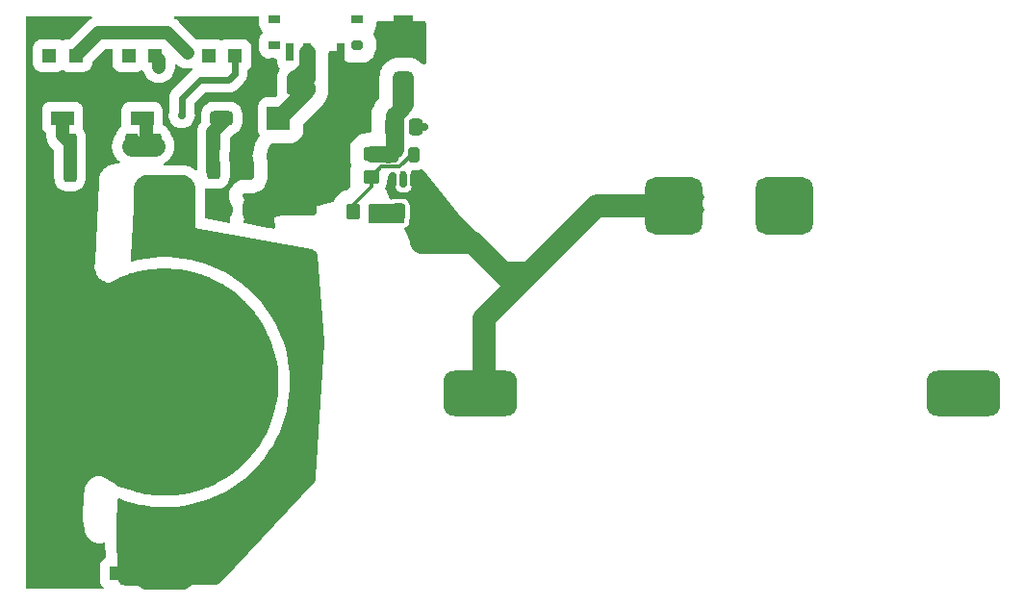
<source format=gbr>
%TF.GenerationSoftware,KiCad,Pcbnew,(6.0.2-0)*%
%TF.CreationDate,2023-06-03T21:44:48-06:00*%
%TF.ProjectId,catlin_card,6361746c-696e-45f6-9361-72642e6b6963,rev?*%
%TF.SameCoordinates,Original*%
%TF.FileFunction,Copper,L1,Top*%
%TF.FilePolarity,Positive*%
%FSLAX46Y46*%
G04 Gerber Fmt 4.6, Leading zero omitted, Abs format (unit mm)*
G04 Created by KiCad (PCBNEW (6.0.2-0)) date 2023-06-03 21:44:48*
%MOMM*%
%LPD*%
G01*
G04 APERTURE LIST*
G04 Aperture macros list*
%AMRoundRect*
0 Rectangle with rounded corners*
0 $1 Rounding radius*
0 $2 $3 $4 $5 $6 $7 $8 $9 X,Y pos of 4 corners*
0 Add a 4 corners polygon primitive as box body*
4,1,4,$2,$3,$4,$5,$6,$7,$8,$9,$2,$3,0*
0 Add four circle primitives for the rounded corners*
1,1,$1+$1,$2,$3*
1,1,$1+$1,$4,$5*
1,1,$1+$1,$6,$7*
1,1,$1+$1,$8,$9*
0 Add four rect primitives between the rounded corners*
20,1,$1+$1,$2,$3,$4,$5,0*
20,1,$1+$1,$4,$5,$6,$7,0*
20,1,$1+$1,$6,$7,$8,$9,0*
20,1,$1+$1,$8,$9,$2,$3,0*%
G04 Aperture macros list end*
%TA.AperFunction,SMDPad,CuDef*%
%ADD10RoundRect,0.250000X0.337500X0.475000X-0.337500X0.475000X-0.337500X-0.475000X0.337500X-0.475000X0*%
%TD*%
%TA.AperFunction,SMDPad,CuDef*%
%ADD11R,1.800000X3.500000*%
%TD*%
%TA.AperFunction,SMDPad,CuDef*%
%ADD12RoundRect,0.450000X-0.450000X1.300000X-0.450000X-1.300000X0.450000X-1.300000X0.450000X1.300000X0*%
%TD*%
%TA.AperFunction,SMDPad,CuDef*%
%ADD13RoundRect,1.000000X-2.250000X-1.000000X2.250000X-1.000000X2.250000X1.000000X-2.250000X1.000000X0*%
%TD*%
%TA.AperFunction,SMDPad,CuDef*%
%ADD14RoundRect,0.250000X0.312500X0.625000X-0.312500X0.625000X-0.312500X-0.625000X0.312500X-0.625000X0*%
%TD*%
%TA.AperFunction,SMDPad,CuDef*%
%ADD15R,1.000000X1.000000*%
%TD*%
%TA.AperFunction,SMDPad,CuDef*%
%ADD16RoundRect,0.250000X-0.312500X-0.625000X0.312500X-0.625000X0.312500X0.625000X-0.312500X0.625000X0*%
%TD*%
%TA.AperFunction,SMDPad,CuDef*%
%ADD17R,1.300000X1.300000*%
%TD*%
%TA.AperFunction,SMDPad,CuDef*%
%ADD18R,2.000000X1.300000*%
%TD*%
%TA.AperFunction,SMDPad,CuDef*%
%ADD19RoundRect,0.250000X-1.450000X0.400000X-1.450000X-0.400000X1.450000X-0.400000X1.450000X0.400000X0*%
%TD*%
%TA.AperFunction,SMDPad,CuDef*%
%ADD20RoundRect,0.847460X-1.652540X-1.652540X1.652540X-1.652540X1.652540X1.652540X-1.652540X1.652540X0*%
%TD*%
%TA.AperFunction,SMDPad,CuDef*%
%ADD21RoundRect,0.250000X-0.337500X-0.475000X0.337500X-0.475000X0.337500X0.475000X-0.337500X0.475000X0*%
%TD*%
%TA.AperFunction,SMDPad,CuDef*%
%ADD22R,1.000000X0.800000*%
%TD*%
%TA.AperFunction,SMDPad,CuDef*%
%ADD23RoundRect,0.200000X0.300000X0.200000X-0.300000X0.200000X-0.300000X-0.200000X0.300000X-0.200000X0*%
%TD*%
%TA.AperFunction,SMDPad,CuDef*%
%ADD24R,0.700000X1.500000*%
%TD*%
%TA.AperFunction,SMDPad,CuDef*%
%ADD25R,2.000000X2.000000*%
%TD*%
%TA.AperFunction,SMDPad,CuDef*%
%ADD26RoundRect,0.250000X-0.450000X0.350000X-0.450000X-0.350000X0.450000X-0.350000X0.450000X0.350000X0*%
%TD*%
%TA.AperFunction,SMDPad,CuDef*%
%ADD27RoundRect,0.250000X-0.350000X-0.450000X0.350000X-0.450000X0.350000X0.450000X-0.350000X0.450000X0*%
%TD*%
%TA.AperFunction,SMDPad,CuDef*%
%ADD28R,0.900000X1.200000*%
%TD*%
%TA.AperFunction,SMDPad,CuDef*%
%ADD29RoundRect,1.375000X-1.375000X1.625000X-1.375000X-1.625000X1.375000X-1.625000X1.375000X1.625000X0*%
%TD*%
%TA.AperFunction,SMDPad,CuDef*%
%ADD30C,20.000000*%
%TD*%
%TA.AperFunction,SMDPad,CuDef*%
%ADD31RoundRect,0.150000X0.150000X-0.512500X0.150000X0.512500X-0.150000X0.512500X-0.150000X-0.512500X0*%
%TD*%
%TA.AperFunction,SMDPad,CuDef*%
%ADD32RoundRect,0.250000X0.250000X-0.425000X0.250000X0.425000X-0.250000X0.425000X-0.250000X-0.425000X0*%
%TD*%
%TA.AperFunction,ComponentPad*%
%ADD33RoundRect,0.425000X-0.425000X0.425000X-0.425000X-0.425000X0.425000X-0.425000X0.425000X0.425000X0*%
%TD*%
%TA.AperFunction,ComponentPad*%
%ADD34O,1.700000X1.700000*%
%TD*%
%TA.AperFunction,SMDPad,CuDef*%
%ADD35RoundRect,0.325000X-0.675000X-0.325000X0.675000X-0.325000X0.675000X0.325000X-0.675000X0.325000X0*%
%TD*%
%TA.AperFunction,ViaPad*%
%ADD36C,0.700000*%
%TD*%
%TA.AperFunction,ViaPad*%
%ADD37C,1.000000*%
%TD*%
%TA.AperFunction,ViaPad*%
%ADD38C,0.600000*%
%TD*%
%TA.AperFunction,Conductor*%
%ADD39C,1.200000*%
%TD*%
%TA.AperFunction,Conductor*%
%ADD40C,0.600000*%
%TD*%
%TA.AperFunction,Conductor*%
%ADD41C,2.000000*%
%TD*%
%TA.AperFunction,Conductor*%
%ADD42C,1.400000*%
%TD*%
%TA.AperFunction,Conductor*%
%ADD43C,1.800000*%
%TD*%
%TA.AperFunction,Conductor*%
%ADD44C,1.600000*%
%TD*%
%TA.AperFunction,Conductor*%
%ADD45C,0.300000*%
%TD*%
G04 APERTURE END LIST*
D10*
%TO.P,C2,1*%
%TO.N,/VSOL*%
X135637500Y-66000000D03*
%TO.P,C2,2*%
%TO.N,GND*%
X133562500Y-66000000D03*
%TD*%
D11*
%TO.P,D4,1,K*%
%TO.N,/VBAT*%
X134000000Y-50400000D03*
D12*
%TO.P,D4,2,A*%
%TO.N,/VLDO*%
X134000000Y-55400000D03*
%TD*%
D13*
%TO.P,TP2,1,1*%
%TO.N,/VSOL*%
X140750000Y-82000000D03*
%TD*%
D14*
%TO.P,R5,1*%
%TO.N,Net-(R5-Pad1)*%
X104662500Y-60000000D03*
%TO.P,R5,2*%
%TO.N,GND*%
X101737500Y-60000000D03*
%TD*%
%TO.P,R3,1*%
%TO.N,Net-(R3-Pad1)*%
X110062500Y-60000000D03*
%TO.P,R3,2*%
%TO.N,GND*%
X107137500Y-60000000D03*
%TD*%
D15*
%TO.P,TP3,1,1*%
%TO.N,/VSOL*%
X135600000Y-68700000D03*
%TD*%
D16*
%TO.P,R1,1*%
%TO.N,Net-(R1-Pad1)*%
X117337500Y-59900000D03*
%TO.P,R1,2*%
%TO.N,GND*%
X120262500Y-59900000D03*
%TD*%
D17*
%TO.P,RV3,1,1*%
%TO.N,/POT3*%
X105150000Y-52250000D03*
D18*
%TO.P,RV3,2,2*%
%TO.N,Net-(R5-Pad1)*%
X104000000Y-57750000D03*
D17*
%TO.P,RV3,3,3*%
%TO.N,unconnected-(RV3-Pad3)*%
X102850000Y-52250000D03*
%TD*%
D13*
%TO.P,TP5,1,1*%
%TO.N,GND*%
X183250000Y-82000000D03*
%TD*%
D19*
%TO.P,TH1,1*%
%TO.N,/VBAT*%
X124700000Y-65675000D03*
%TO.P,TH1,2*%
%TO.N,/VPTC*%
X124700000Y-70125000D03*
%TD*%
D20*
%TO.P,SC1,1,+*%
%TO.N,/VSOL*%
X157800000Y-65500000D03*
%TO.P,SC1,2,-*%
%TO.N,GND*%
X167500000Y-65500000D03*
%TD*%
D21*
%TO.P,C3,1*%
%TO.N,/VLDO*%
X132962500Y-58500000D03*
%TO.P,C3,2*%
%TO.N,GND*%
X135037500Y-58500000D03*
%TD*%
D22*
%TO.P,SW1,*%
%TO.N,*%
X122600000Y-49095000D03*
X129900000Y-49095000D03*
X122600000Y-51305000D03*
D23*
X129900000Y-51305000D03*
D24*
%TO.P,SW1,1,A*%
%TO.N,/VBAT*%
X128500000Y-51955000D03*
%TO.P,SW1,2,B*%
%TO.N,/VLED*%
X125500000Y-51955000D03*
%TO.P,SW1,3,C*%
%TO.N,unconnected-(SW1-Pad3)*%
X124000000Y-51955000D03*
%TD*%
D25*
%TO.P,TP1,1,1*%
%TO.N,/VLED*%
X123000000Y-57750000D03*
%TD*%
D14*
%TO.P,R6,1*%
%TO.N,Net-(R5-Pad1)*%
X104662500Y-62500000D03*
%TO.P,R6,2*%
%TO.N,GND*%
X101737500Y-62500000D03*
%TD*%
D10*
%TO.P,C1,1*%
%TO.N,/VLED*%
X124287500Y-55000000D03*
%TO.P,C1,2*%
%TO.N,GND*%
X122212500Y-55000000D03*
%TD*%
D26*
%TO.P,R7,1*%
%TO.N,/VLDO*%
X131200000Y-60900000D03*
%TO.P,R7,2*%
%TO.N,/adj*%
X131200000Y-62900000D03*
%TD*%
D27*
%TO.P,R8,1*%
%TO.N,/adj*%
X129600000Y-66000000D03*
%TO.P,R8,2*%
%TO.N,GND*%
X131600000Y-66000000D03*
%TD*%
D28*
%TO.P,D5,1,K*%
%TO.N,/VPTC*%
X108550000Y-97800000D03*
%TO.P,D5,2,A*%
%TO.N,GND*%
X105250000Y-97800000D03*
%TD*%
D29*
%TO.P,BT1,1,+*%
%TO.N,/VPTC*%
X113000000Y-96300000D03*
X113000000Y-65700000D03*
D30*
%TO.P,BT1,2,-*%
%TO.N,GND*%
X113000000Y-81000000D03*
%TD*%
D25*
%TO.P,TP4,1,1*%
%TO.N,/VBAT*%
X124300000Y-63100000D03*
%TD*%
D17*
%TO.P,RV2,1,1*%
%TO.N,/POT2*%
X112150000Y-52250000D03*
D18*
%TO.P,RV2,2,2*%
%TO.N,Net-(R3-Pad1)*%
X111000000Y-57750000D03*
D17*
%TO.P,RV2,3,3*%
%TO.N,unconnected-(RV2-Pad3)*%
X109850000Y-52250000D03*
%TD*%
D31*
%TO.P,U1,1,VIN*%
%TO.N,/VSOL*%
X133050000Y-63237500D03*
%TO.P,U1,2,GND*%
%TO.N,GND*%
X134000000Y-63237500D03*
%TO.P,U1,3,EN*%
%TO.N,/VSOL*%
X134950000Y-63237500D03*
D32*
%TO.P,U1,4,ADJ*%
%TO.N,/adj*%
X134950000Y-60962500D03*
%TO.P,U1,5,VOUT*%
%TO.N,/VLDO*%
X133050000Y-60962500D03*
%TD*%
D16*
%TO.P,R4,1*%
%TO.N,Net-(R3-Pad1)*%
X112137500Y-60000000D03*
%TO.P,R4,2*%
%TO.N,GND*%
X115062500Y-60000000D03*
%TD*%
D33*
%TO.P,J1,1,Pin_1*%
%TO.N,/VBAT*%
X120675000Y-65800000D03*
D34*
%TO.P,J1,2,Pin_2*%
%TO.N,GND*%
X118135000Y-65800000D03*
%TD*%
D16*
%TO.P,R2,1*%
%TO.N,Net-(R1-Pad1)*%
X117337500Y-62300000D03*
%TO.P,R2,2*%
%TO.N,GND*%
X120262500Y-62300000D03*
%TD*%
D17*
%TO.P,RV1,1,1*%
%TO.N,/POT1*%
X119150000Y-52250000D03*
D35*
%TO.P,RV1,2,2*%
%TO.N,Net-(R1-Pad1)*%
X118000000Y-57750000D03*
D17*
%TO.P,RV1,3,3*%
%TO.N,unconnected-(RV1-Pad3)*%
X116850000Y-52250000D03*
%TD*%
D36*
%TO.N,GND*%
X114500000Y-82500000D03*
X114500000Y-79500000D03*
X112500000Y-82500000D03*
X111500000Y-82500000D03*
X112500000Y-81500000D03*
X112500000Y-56000000D03*
X166800000Y-65000000D03*
X114500000Y-80500000D03*
D37*
X165900000Y-64900000D03*
D36*
X112500000Y-80500000D03*
X111500000Y-79500000D03*
X135800000Y-58500000D03*
D37*
X181400000Y-80900000D03*
X168600000Y-66000000D03*
X182600000Y-80900000D03*
D36*
X122500000Y-52750000D03*
X114500000Y-81500000D03*
D37*
X165900000Y-66000000D03*
D36*
X113500000Y-80500000D03*
X121300000Y-52700000D03*
X113500000Y-81500000D03*
D37*
X181400000Y-82000000D03*
D38*
X134000000Y-62650000D03*
D37*
X168600000Y-64900000D03*
D36*
X169600000Y-65900000D03*
X111500000Y-81500000D03*
X132700000Y-65900000D03*
X112500000Y-79500000D03*
X113500000Y-79500000D03*
X166800000Y-65800000D03*
D37*
X182600000Y-82000000D03*
D36*
X111500000Y-80500000D03*
X169600000Y-64900000D03*
X132700000Y-66650000D03*
X113500000Y-82500000D03*
D37*
%TO.N,/VSOL*%
X142600000Y-82000000D03*
X141400000Y-82000000D03*
X160000000Y-64700000D03*
X158900000Y-65800000D03*
X160000000Y-65800000D03*
X141400000Y-80900000D03*
X142600000Y-80900000D03*
X158900000Y-64700000D03*
D36*
%TO.N,/VLED*%
X124400000Y-54200000D03*
X125500000Y-55100000D03*
X125500000Y-54200000D03*
%TO.N,/VLDO*%
X133200000Y-60500000D03*
X132600000Y-61000000D03*
%TO.N,/POT1*%
X114500000Y-57500000D03*
%TO.N,/POT2*%
X112500000Y-53250000D03*
%TO.N,/POT3*%
X115000000Y-52000000D03*
%TD*%
D39*
%TO.N,GND*%
X166400000Y-65500000D02*
X167500000Y-65500000D01*
D40*
X135037500Y-58500000D02*
X135800000Y-58500000D01*
D39*
X165900000Y-66000000D02*
X166400000Y-65500000D01*
D41*
%TO.N,/VSOL*%
X142450000Y-71050000D02*
X140100000Y-68700000D01*
X141100000Y-81100000D02*
X142000000Y-82000000D01*
X142800000Y-71400000D02*
X142450000Y-71050000D01*
X141100000Y-75400000D02*
X141100000Y-81100000D01*
X143950000Y-72550000D02*
X142450000Y-71050000D01*
X157800000Y-65500000D02*
X151000000Y-65500000D01*
X145100000Y-71400000D02*
X143950000Y-72550000D01*
X143950000Y-72550000D02*
X141100000Y-75400000D01*
X145100000Y-71400000D02*
X142800000Y-71400000D01*
X140100000Y-68700000D02*
X135600000Y-68700000D01*
X151000000Y-65500000D02*
X145100000Y-71400000D01*
D42*
%TO.N,/VLED*%
X124450000Y-54200000D02*
X125500000Y-55250000D01*
X124400000Y-54200000D02*
X124450000Y-54200000D01*
X125500000Y-55250000D02*
X123000000Y-57750000D01*
X125500000Y-53354022D02*
X125500000Y-51955000D01*
X125500000Y-55100000D02*
X125500000Y-55250000D01*
X124654022Y-54200000D02*
X125500000Y-53354022D01*
X125500000Y-54200000D02*
X125500000Y-51955000D01*
X124400000Y-54200000D02*
X124654022Y-54200000D01*
D39*
%TO.N,Net-(R1-Pad1)*%
X118400000Y-57750000D02*
X118400000Y-57850000D01*
X117250000Y-59000000D02*
X117250000Y-62412500D01*
X118400000Y-57850000D02*
X117250000Y-59000000D01*
%TO.N,Net-(R3-Pad1)*%
X110112500Y-60250000D02*
X110062500Y-60200000D01*
X111400000Y-59850000D02*
X111000000Y-60250000D01*
X111000000Y-60250000D02*
X110112500Y-60250000D01*
D43*
X112137500Y-60200000D02*
X110062500Y-60200000D01*
D39*
X111400000Y-57750000D02*
X111400000Y-59462500D01*
X111400000Y-59462500D02*
X111400000Y-59850000D01*
X111400000Y-59462500D02*
X112137500Y-60200000D01*
%TO.N,Net-(R5-Pad1)*%
X104662500Y-60000000D02*
X104662500Y-62800000D01*
X104000000Y-59337500D02*
X104662500Y-60000000D01*
X104000000Y-57750000D02*
X104000000Y-59337500D01*
D42*
%TO.N,/VLDO*%
X132600000Y-61000000D02*
X132500000Y-60900000D01*
D44*
X133200000Y-60500000D02*
X133200000Y-57550000D01*
D42*
X132500000Y-60900000D02*
X131200000Y-60900000D01*
X133200000Y-57550000D02*
X134000000Y-56750000D01*
D40*
%TO.N,/POT1*%
X118600000Y-54400000D02*
X119150000Y-53850000D01*
X119150000Y-53850000D02*
X119150000Y-52250000D01*
X114500000Y-56000000D02*
X116100000Y-54400000D01*
X116100000Y-54400000D02*
X118600000Y-54400000D01*
X114500000Y-57500000D02*
X114500000Y-56000000D01*
D39*
%TO.N,/POT2*%
X112500000Y-52600000D02*
X112150000Y-52250000D01*
X112500000Y-53250000D02*
X112500000Y-52600000D01*
%TO.N,/POT3*%
X113250000Y-50250000D02*
X107150000Y-50250000D01*
X107150000Y-50250000D02*
X105150000Y-52250000D01*
X115000000Y-52000000D02*
X113250000Y-50250000D01*
D45*
%TO.N,/adj*%
X129600000Y-65400000D02*
X131200000Y-63800000D01*
X132050000Y-62050000D02*
X131200000Y-62900000D01*
X131200000Y-63800000D02*
X131200000Y-62900000D01*
X133610741Y-62050000D02*
X132050000Y-62050000D01*
X134698241Y-60962500D02*
X133610741Y-62050000D01*
X134950000Y-60962500D02*
X134698241Y-60962500D01*
X129600000Y-66000000D02*
X129600000Y-65400000D01*
%TD*%
%TA.AperFunction,Conductor*%
%TO.N,/VBAT*%
G36*
X135887343Y-49219707D02*
G01*
X135956584Y-49274926D01*
X135995011Y-49354718D01*
X136000000Y-49399000D01*
X136000000Y-52834014D01*
X135980293Y-52920357D01*
X135925074Y-52989598D01*
X135845282Y-53028025D01*
X135756718Y-53028025D01*
X135676926Y-52989598D01*
X135649679Y-52963254D01*
X135625764Y-52935253D01*
X135620689Y-52929311D01*
X135423140Y-52760588D01*
X135416483Y-52756508D01*
X135416478Y-52756505D01*
X135285095Y-52675995D01*
X135201628Y-52624846D01*
X134961610Y-52525427D01*
X134708994Y-52464779D01*
X134701205Y-52464166D01*
X134518746Y-52449806D01*
X134518736Y-52449806D01*
X134514853Y-52449500D01*
X134000066Y-52449500D01*
X133485148Y-52449501D01*
X133335950Y-52461242D01*
X133298794Y-52464166D01*
X133298792Y-52464166D01*
X133291006Y-52464779D01*
X133283416Y-52466601D01*
X133283411Y-52466602D01*
X133114885Y-52507062D01*
X133038390Y-52525427D01*
X132798372Y-52624846D01*
X132714905Y-52675995D01*
X132583522Y-52756505D01*
X132583517Y-52756508D01*
X132576860Y-52760588D01*
X132379311Y-52929311D01*
X132210588Y-53126860D01*
X132206508Y-53133517D01*
X132206505Y-53133522D01*
X132125995Y-53264905D01*
X132074846Y-53348372D01*
X131975427Y-53588390D01*
X131914779Y-53841006D01*
X131914166Y-53848795D01*
X131906010Y-53952432D01*
X131899500Y-54035147D01*
X131899501Y-55029930D01*
X131899501Y-55940521D01*
X131879794Y-56026864D01*
X131837863Y-56084509D01*
X131716588Y-56200199D01*
X131712228Y-56205730D01*
X131546043Y-56416536D01*
X131541199Y-56422680D01*
X131537666Y-56428763D01*
X131537663Y-56428767D01*
X131460870Y-56560976D01*
X131398907Y-56667654D01*
X131292552Y-56930232D01*
X131224255Y-57205177D01*
X131199500Y-57446790D01*
X131199500Y-57733192D01*
X131195079Y-57774906D01*
X131181651Y-57837542D01*
X131174500Y-57948127D01*
X131174500Y-57951336D01*
X131174501Y-58811182D01*
X131154794Y-58897525D01*
X131099576Y-58966766D01*
X131019783Y-59005193D01*
X130989903Y-59009660D01*
X130981780Y-59010249D01*
X130932105Y-59013853D01*
X130932099Y-59013854D01*
X130924917Y-59014375D01*
X130655597Y-59073836D01*
X130591409Y-59098154D01*
X130562299Y-59105517D01*
X130562542Y-59106651D01*
X130329323Y-59156649D01*
X130107401Y-59244066D01*
X130100400Y-59248256D01*
X130100396Y-59248258D01*
X129909740Y-59362363D01*
X129909733Y-59362368D01*
X129902737Y-59366555D01*
X129720827Y-59520827D01*
X129566555Y-59702737D01*
X129562368Y-59709733D01*
X129562363Y-59709740D01*
X129451547Y-59894901D01*
X129444066Y-59907401D01*
X129356649Y-60129323D01*
X129306651Y-60362542D01*
X129299500Y-60473127D01*
X129299500Y-60845995D01*
X129299254Y-60855888D01*
X129294906Y-60943233D01*
X129295591Y-60950410D01*
X129295591Y-60950418D01*
X129298601Y-60981958D01*
X129299501Y-61000860D01*
X129299501Y-61326872D01*
X129306651Y-61437458D01*
X129356649Y-61670677D01*
X129359644Y-61678280D01*
X129418252Y-61827067D01*
X129431561Y-61914625D01*
X129418252Y-61972933D01*
X129356649Y-62129323D01*
X129306651Y-62362542D01*
X129299500Y-62473127D01*
X129299501Y-63326872D01*
X129299708Y-63330066D01*
X129299708Y-63330081D01*
X129301208Y-63353280D01*
X129306651Y-63437458D01*
X129345036Y-63616507D01*
X129343866Y-63705061D01*
X129304389Y-63784339D01*
X129291171Y-63798934D01*
X129003420Y-64086685D01*
X128928432Y-64133804D01*
X128904421Y-64140549D01*
X128829323Y-64156649D01*
X128607401Y-64244066D01*
X128600400Y-64248256D01*
X128600396Y-64248258D01*
X128409740Y-64362363D01*
X128409733Y-64362368D01*
X128402737Y-64366555D01*
X128220827Y-64520827D01*
X128066555Y-64702737D01*
X128062368Y-64709733D01*
X128062363Y-64709740D01*
X127948260Y-64900393D01*
X127944066Y-64907401D01*
X127941074Y-64914998D01*
X127941070Y-64915005D01*
X127894722Y-65032668D01*
X127844742Y-65105781D01*
X127759861Y-65152275D01*
X122600000Y-66500000D01*
X122642620Y-66768563D01*
X122644056Y-66777612D01*
X122644057Y-66777627D01*
X122717693Y-67241629D01*
X122711763Y-67329993D01*
X122668080Y-67407034D01*
X122595296Y-67457491D01*
X122507827Y-67471372D01*
X122485555Y-67468609D01*
X122061377Y-67391486D01*
X120095406Y-67034036D01*
X120013982Y-66999202D01*
X119955735Y-66932488D01*
X119932202Y-66847109D01*
X119948045Y-66759974D01*
X119956120Y-66743293D01*
X120000510Y-66661536D01*
X120003745Y-66655578D01*
X120102570Y-66394044D01*
X120164987Y-66121518D01*
X120189840Y-65843043D01*
X120190291Y-65800000D01*
X120171275Y-65521065D01*
X120169901Y-65514430D01*
X120169900Y-65514423D01*
X120115953Y-65253926D01*
X120115952Y-65253924D01*
X120114579Y-65247292D01*
X120080932Y-65152275D01*
X120023513Y-64990127D01*
X120023511Y-64990122D01*
X120021253Y-64983746D01*
X119893022Y-64735304D01*
X119860427Y-64688925D01*
X119826903Y-64606953D01*
X119832266Y-64518552D01*
X119875453Y-64441232D01*
X119947911Y-64390308D01*
X120023239Y-64375500D01*
X120635568Y-64375499D01*
X120651872Y-64375499D01*
X120655066Y-64375292D01*
X120655081Y-64375292D01*
X120755173Y-64368820D01*
X120762458Y-64368349D01*
X120995677Y-64318351D01*
X121217599Y-64230934D01*
X121224600Y-64226744D01*
X121224604Y-64226742D01*
X121415260Y-64112637D01*
X121415267Y-64112632D01*
X121422263Y-64108445D01*
X121604173Y-63954173D01*
X121758445Y-63772263D01*
X121762632Y-63765267D01*
X121762637Y-63765260D01*
X121876742Y-63574604D01*
X121876744Y-63574600D01*
X121880934Y-63567599D01*
X121968351Y-63345677D01*
X122018349Y-63112458D01*
X122024097Y-63023576D01*
X122025293Y-63005078D01*
X122025293Y-63005070D01*
X122025500Y-63001873D01*
X122025499Y-61598128D01*
X122024638Y-61584798D01*
X122018820Y-61494827D01*
X122018349Y-61487542D01*
X121968351Y-61254323D01*
X121936367Y-61173126D01*
X121923058Y-61085569D01*
X121927517Y-61055880D01*
X121927726Y-61054965D01*
X121936575Y-61026345D01*
X121968351Y-60945677D01*
X121988660Y-60850947D01*
X122016819Y-60719595D01*
X122016819Y-60719594D01*
X122018349Y-60712458D01*
X122022279Y-60651683D01*
X122026820Y-60620389D01*
X122026994Y-60619624D01*
X122029937Y-60608249D01*
X122034846Y-60591349D01*
X122042631Y-60569424D01*
X122049477Y-60553217D01*
X122054316Y-60542636D01*
X122291596Y-60061484D01*
X122347459Y-59992762D01*
X122427608Y-59955084D01*
X122470073Y-59950500D01*
X124071750Y-59950500D01*
X124174042Y-59943015D01*
X124373683Y-59894901D01*
X124379670Y-59893458D01*
X124388537Y-59891321D01*
X124590021Y-59801404D01*
X124771744Y-59676276D01*
X124778187Y-59669822D01*
X124921176Y-59526583D01*
X124921180Y-59526579D01*
X124927621Y-59520126D01*
X125052432Y-59338185D01*
X125141997Y-59136545D01*
X125149147Y-59106651D01*
X125191429Y-58929854D01*
X125193317Y-58921960D01*
X125200500Y-58821750D01*
X125200500Y-58319641D01*
X125220207Y-58233298D01*
X125258786Y-58178927D01*
X126760940Y-56676772D01*
X126777366Y-56662072D01*
X126778002Y-56661563D01*
X126794732Y-56648184D01*
X126828801Y-56611714D01*
X126840675Y-56600026D01*
X126872325Y-56571378D01*
X126872334Y-56571368D01*
X126877675Y-56566534D01*
X126924644Y-56509657D01*
X126932642Y-56500552D01*
X126983008Y-56446636D01*
X126997844Y-56425250D01*
X127010824Y-56408516D01*
X127023137Y-56394277D01*
X127023140Y-56394274D01*
X127027851Y-56388825D01*
X127032959Y-56380822D01*
X127047263Y-56361171D01*
X127048707Y-56359422D01*
X127053294Y-56353868D01*
X127057028Y-56347715D01*
X127057032Y-56347709D01*
X127091554Y-56290818D01*
X127098173Y-56280626D01*
X127140216Y-56220021D01*
X127151813Y-56196709D01*
X127162239Y-56178283D01*
X127172366Y-56162418D01*
X127172368Y-56162414D01*
X127176244Y-56156342D01*
X127179206Y-56149767D01*
X127179209Y-56149761D01*
X127180141Y-56147693D01*
X127191456Y-56126186D01*
X127192632Y-56124247D01*
X127196375Y-56118079D01*
X127222438Y-56056530D01*
X127225129Y-56050174D01*
X127230208Y-56039131D01*
X127259851Y-55979547D01*
X127259853Y-55979543D01*
X127263065Y-55973086D01*
X127271176Y-55948345D01*
X127278832Y-55928608D01*
X127286559Y-55911455D01*
X127286563Y-55911444D01*
X127289523Y-55904873D01*
X127292134Y-55895739D01*
X127300222Y-55872834D01*
X127301112Y-55870732D01*
X127303919Y-55864104D01*
X127322572Y-55792753D01*
X127326002Y-55781099D01*
X127346734Y-55717853D01*
X127348980Y-55711002D01*
X127353434Y-55685353D01*
X127358159Y-55664723D01*
X127363333Y-55646618D01*
X127365315Y-55639684D01*
X127366274Y-55632542D01*
X127366276Y-55632534D01*
X127366581Y-55630261D01*
X127371277Y-55606438D01*
X127371852Y-55604239D01*
X127371852Y-55604238D01*
X127373675Y-55597265D01*
X127381832Y-55523968D01*
X127383544Y-55511936D01*
X127395124Y-55445243D01*
X127395125Y-55445236D01*
X127396162Y-55439262D01*
X127398061Y-55401124D01*
X127399586Y-55384530D01*
X127401070Y-55373484D01*
X127401070Y-55373478D01*
X127402030Y-55366333D01*
X127401922Y-55356845D01*
X127403131Y-55332568D01*
X127403382Y-55330314D01*
X127403382Y-55330311D01*
X127404179Y-55323151D01*
X127403184Y-55293911D01*
X127400615Y-55218473D01*
X127400500Y-55211702D01*
X127400500Y-55029930D01*
X127391091Y-54900241D01*
X127386147Y-54832106D01*
X127386146Y-54832101D01*
X127385625Y-54824917D01*
X127357637Y-54698147D01*
X127355890Y-54621205D01*
X127376199Y-54504240D01*
X127396162Y-54389262D01*
X127400500Y-54302124D01*
X127400500Y-53492905D01*
X127400871Y-53480759D01*
X127401070Y-53477501D01*
X127402030Y-53470355D01*
X127400513Y-53336648D01*
X127400500Y-53334390D01*
X127400500Y-52038375D01*
X127420207Y-51952032D01*
X127475426Y-51882791D01*
X127555218Y-51844364D01*
X127615112Y-51839988D01*
X127662469Y-51843715D01*
X127681257Y-51845194D01*
X127681261Y-51845194D01*
X127685147Y-51845500D01*
X127814853Y-51845500D01*
X127818736Y-51845194D01*
X127818746Y-51845194D01*
X128001205Y-51830834D01*
X128008994Y-51830221D01*
X128016589Y-51828398D01*
X128016599Y-51828396D01*
X128037037Y-51823489D01*
X128125595Y-51822494D01*
X128205814Y-51860022D01*
X128261806Y-51928640D01*
X128269586Y-51946484D01*
X128332417Y-52112324D01*
X128336688Y-52119589D01*
X128448597Y-52309955D01*
X128448600Y-52309959D01*
X128452866Y-52317216D01*
X128606116Y-52498884D01*
X128787784Y-52652134D01*
X128795041Y-52656400D01*
X128795045Y-52656403D01*
X128940811Y-52742093D01*
X128992676Y-52772583D01*
X129214933Y-52856789D01*
X129354777Y-52884099D01*
X129441429Y-52901021D01*
X129441433Y-52901022D01*
X129448200Y-52902343D01*
X129506494Y-52905500D01*
X130293506Y-52905500D01*
X130351800Y-52902343D01*
X130358567Y-52901022D01*
X130358571Y-52901021D01*
X130445223Y-52884099D01*
X130585067Y-52856789D01*
X130807324Y-52772583D01*
X130859189Y-52742093D01*
X131004955Y-52656403D01*
X131004959Y-52656400D01*
X131012216Y-52652134D01*
X131193884Y-52498884D01*
X131347134Y-52317216D01*
X131351400Y-52309959D01*
X131351403Y-52309955D01*
X131463312Y-52119589D01*
X131467583Y-52112324D01*
X131551789Y-51890067D01*
X131597343Y-51656800D01*
X131600500Y-51598506D01*
X131600500Y-51011494D01*
X131597343Y-50953200D01*
X131551789Y-50719933D01*
X131467583Y-50497676D01*
X131393498Y-50371652D01*
X131366730Y-50287231D01*
X131379242Y-50199555D01*
X131400951Y-50158231D01*
X131447271Y-50090708D01*
X131452432Y-50083185D01*
X131541997Y-49881545D01*
X131593317Y-49666960D01*
X131600500Y-49566750D01*
X131600500Y-49399000D01*
X131620207Y-49312657D01*
X131675426Y-49243416D01*
X131755218Y-49204989D01*
X131799500Y-49200000D01*
X135801000Y-49200000D01*
X135887343Y-49219707D01*
G37*
%TD.AperFunction*%
%TD*%
%TA.AperFunction,Conductor*%
%TO.N,/VPTC*%
G36*
X111012663Y-63594613D02*
G01*
X111056546Y-63599379D01*
X111080549Y-63605078D01*
X111197303Y-63648762D01*
X111219151Y-63660218D01*
X111326605Y-63734982D01*
X111336281Y-63742653D01*
X111357649Y-63761884D01*
X111783855Y-64145469D01*
X115273455Y-67286110D01*
X115273457Y-67286112D01*
X115400000Y-67400000D01*
X115570878Y-67431069D01*
X115570879Y-67431069D01*
X125936839Y-69315789D01*
X125949477Y-69318958D01*
X126080778Y-69361243D01*
X126104265Y-69372394D01*
X126214503Y-69443825D01*
X126234276Y-69460705D01*
X126284834Y-69516924D01*
X126322114Y-69558377D01*
X126336811Y-69579826D01*
X126396187Y-69696994D01*
X126404793Y-69721530D01*
X126432959Y-69856561D01*
X126434775Y-69869463D01*
X126996957Y-77458916D01*
X126997144Y-77462171D01*
X126998563Y-77496761D01*
X126998615Y-77503280D01*
X126997755Y-77537859D01*
X126997621Y-77541116D01*
X126312757Y-89379490D01*
X126311451Y-89390772D01*
X126290787Y-89509319D01*
X126284360Y-89531068D01*
X126239498Y-89636542D01*
X126228289Y-89656257D01*
X126157217Y-89753380D01*
X126149995Y-89762146D01*
X117968738Y-98605587D01*
X117958990Y-98614788D01*
X117849440Y-98704977D01*
X117826688Y-98719029D01*
X117703183Y-98773851D01*
X117677503Y-98781298D01*
X117597948Y-98793056D01*
X117537131Y-98802045D01*
X117523768Y-98803103D01*
X109481461Y-98893466D01*
X109468719Y-98892787D01*
X109334540Y-98876915D01*
X109309844Y-98870695D01*
X109261847Y-98851763D01*
X109190145Y-98823481D01*
X109167863Y-98811172D01*
X109064168Y-98734982D01*
X109045760Y-98717392D01*
X108964936Y-98617274D01*
X108951622Y-98595569D01*
X108899013Y-98478144D01*
X108891677Y-98453758D01*
X108869718Y-98320438D01*
X108868460Y-98307741D01*
X108710183Y-93690351D01*
X108710132Y-93688145D01*
X108709851Y-93664698D01*
X108709897Y-93660284D01*
X108710660Y-93636895D01*
X108710756Y-93634690D01*
X108837588Y-91327070D01*
X108859660Y-91270005D01*
X108911060Y-91236811D01*
X108970460Y-91239533D01*
X109526118Y-91442875D01*
X110151562Y-91630517D01*
X110152982Y-91630853D01*
X110152987Y-91630854D01*
X110305589Y-91666927D01*
X110787033Y-91780736D01*
X110788449Y-91780983D01*
X110788463Y-91780986D01*
X111165087Y-91846717D01*
X111430294Y-91893003D01*
X112079082Y-91966923D01*
X112080516Y-91967001D01*
X112080532Y-91967002D01*
X112668129Y-91998825D01*
X112731111Y-92002236D01*
X113093243Y-92000340D01*
X113382620Y-91998825D01*
X113382631Y-91998825D01*
X113384087Y-91998817D01*
X114035711Y-91956678D01*
X114037142Y-91956500D01*
X114037150Y-91956499D01*
X114682244Y-91876148D01*
X114682245Y-91876148D01*
X114683689Y-91875968D01*
X115325739Y-91756971D01*
X115959603Y-91600106D01*
X115961016Y-91599666D01*
X116581652Y-91406360D01*
X116581667Y-91406355D01*
X116583047Y-91405925D01*
X116584400Y-91405414D01*
X116584408Y-91405411D01*
X117192507Y-91175629D01*
X117193878Y-91175111D01*
X117195198Y-91174520D01*
X117195209Y-91174516D01*
X117788619Y-90909070D01*
X117789945Y-90908477D01*
X118369150Y-90606962D01*
X118929453Y-90271628D01*
X119468883Y-89903654D01*
X119985540Y-89504336D01*
X120477606Y-89075079D01*
X120478638Y-89074065D01*
X120478653Y-89074051D01*
X120942310Y-88618415D01*
X120943347Y-88617396D01*
X121381126Y-88132897D01*
X121789400Y-87623288D01*
X122166732Y-87090362D01*
X122511794Y-86535997D01*
X122823372Y-85962142D01*
X123100368Y-85370819D01*
X123341807Y-84764110D01*
X123546839Y-84144149D01*
X123714743Y-83513120D01*
X123844927Y-82873244D01*
X123936934Y-82226774D01*
X123990438Y-81575984D01*
X124004515Y-81038416D01*
X124005485Y-81001394D01*
X124005485Y-81001376D01*
X124005521Y-81000000D01*
X123986149Y-80347302D01*
X123977767Y-80253379D01*
X123928235Y-79698377D01*
X123928233Y-79698362D01*
X123928103Y-79696903D01*
X123837238Y-79088911D01*
X123831802Y-79052539D01*
X123831799Y-79052525D01*
X123831585Y-79051090D01*
X123696937Y-78412139D01*
X123524632Y-77782297D01*
X123441895Y-77537859D01*
X123315746Y-77165169D01*
X123315277Y-77163783D01*
X123069608Y-76558774D01*
X122788491Y-75969399D01*
X122472914Y-75397734D01*
X122123990Y-74845791D01*
X121742947Y-74315512D01*
X121331125Y-73808766D01*
X120889975Y-73327335D01*
X120421049Y-72872914D01*
X119954167Y-72471332D01*
X119927117Y-72448065D01*
X119927104Y-72448055D01*
X119925999Y-72447104D01*
X119924840Y-72446221D01*
X119924830Y-72446213D01*
X119407726Y-72052285D01*
X119406567Y-72051402D01*
X118864581Y-71687203D01*
X118301950Y-71355788D01*
X118300649Y-71355122D01*
X117721969Y-71058996D01*
X117721958Y-71058991D01*
X117720655Y-71058324D01*
X117719311Y-71057734D01*
X117124068Y-70796441D01*
X117124054Y-70796435D01*
X117122741Y-70795859D01*
X116510313Y-70569315D01*
X116181929Y-70469544D01*
X115886929Y-70379916D01*
X115886918Y-70379913D01*
X115885529Y-70379491D01*
X115250586Y-70227054D01*
X114607720Y-70112543D01*
X113959194Y-70036358D01*
X113957748Y-70036275D01*
X113957741Y-70036274D01*
X113308739Y-69998853D01*
X113308725Y-69998853D01*
X113307292Y-69998770D01*
X112966920Y-69999364D01*
X112655780Y-69999907D01*
X112655766Y-69999907D01*
X112654308Y-69999910D01*
X112652842Y-70000000D01*
X112652831Y-70000000D01*
X112004009Y-70039683D01*
X112004002Y-70039684D01*
X112002541Y-70039773D01*
X112001085Y-70039949D01*
X112001087Y-70039949D01*
X111355723Y-70118047D01*
X111355720Y-70118048D01*
X111354286Y-70118221D01*
X111352873Y-70118478D01*
X111352865Y-70118479D01*
X110713254Y-70234716D01*
X110713250Y-70234717D01*
X110711824Y-70234976D01*
X110710401Y-70235323D01*
X110116764Y-70380036D01*
X110055751Y-70375449D01*
X110009087Y-70335875D01*
X109994466Y-70278420D01*
X110007573Y-70039949D01*
X110330872Y-64157739D01*
X110332319Y-64145469D01*
X110355732Y-64016685D01*
X110363134Y-63993155D01*
X110415065Y-63879827D01*
X110428057Y-63858854D01*
X110506401Y-63761884D01*
X110524176Y-63744775D01*
X110624060Y-63670190D01*
X110645514Y-63658007D01*
X110760738Y-63610437D01*
X110784537Y-63603937D01*
X110846243Y-63595135D01*
X110907952Y-63586333D01*
X110932614Y-63585920D01*
X111012663Y-63594613D01*
G37*
%TD.AperFunction*%
%TD*%
%TA.AperFunction,Conductor*%
%TO.N,GND*%
G36*
X106556308Y-48818907D02*
G01*
X106592272Y-48868407D01*
X106592272Y-48929593D01*
X106556308Y-48979093D01*
X106538779Y-48989264D01*
X106466424Y-49021857D01*
X106462943Y-49024201D01*
X106459282Y-49026238D01*
X106459218Y-49026124D01*
X106456709Y-49027543D01*
X106456775Y-49027657D01*
X106453148Y-49029743D01*
X106449343Y-49031521D01*
X106445890Y-49033916D01*
X106445889Y-49033917D01*
X106360322Y-49093276D01*
X106359182Y-49094055D01*
X106272747Y-49152248D01*
X106272741Y-49152253D01*
X106269268Y-49154591D01*
X106266238Y-49157482D01*
X106262969Y-49160110D01*
X106262888Y-49160009D01*
X106259210Y-49163008D01*
X106259289Y-49163107D01*
X106256743Y-49165133D01*
X106254060Y-49166995D01*
X106235627Y-49183767D01*
X106173104Y-49246290D01*
X106171436Y-49247918D01*
X106097295Y-49318645D01*
X106094793Y-49322007D01*
X106094791Y-49322010D01*
X106091571Y-49326338D01*
X106082148Y-49337246D01*
X104648889Y-50770505D01*
X104594372Y-50798282D01*
X104578885Y-50799501D01*
X104412164Y-50799501D01*
X104407411Y-50799774D01*
X104403330Y-50800716D01*
X104403324Y-50800717D01*
X104237810Y-50838929D01*
X104237807Y-50838930D01*
X104232423Y-50840173D01*
X104070734Y-50918336D01*
X104066414Y-50921785D01*
X104066412Y-50921786D01*
X104061765Y-50925496D01*
X104004492Y-50947024D01*
X103945503Y-50930776D01*
X103938235Y-50925496D01*
X103933588Y-50921786D01*
X103933586Y-50921785D01*
X103929266Y-50918336D01*
X103767577Y-50840173D01*
X103762193Y-50838930D01*
X103762190Y-50838929D01*
X103647326Y-50812411D01*
X103592589Y-50799774D01*
X103587837Y-50799500D01*
X103586414Y-50799500D01*
X102847399Y-50799501D01*
X102112164Y-50799501D01*
X102107411Y-50799774D01*
X102103330Y-50800716D01*
X102103324Y-50800717D01*
X101937810Y-50838929D01*
X101937807Y-50838930D01*
X101932423Y-50840173D01*
X101770734Y-50918336D01*
X101766408Y-50921789D01*
X101766407Y-50921790D01*
X101699827Y-50974941D01*
X101630380Y-51030380D01*
X101518336Y-51170734D01*
X101440173Y-51332423D01*
X101399774Y-51507411D01*
X101399500Y-51512163D01*
X101399501Y-52987836D01*
X101399774Y-52992589D01*
X101400716Y-52996668D01*
X101400717Y-52996676D01*
X101438929Y-53162190D01*
X101440173Y-53167577D01*
X101518336Y-53329266D01*
X101521789Y-53333592D01*
X101521790Y-53333593D01*
X101574186Y-53399228D01*
X101630380Y-53469620D01*
X101634713Y-53473079D01*
X101731427Y-53550285D01*
X101770734Y-53581664D01*
X101775714Y-53584072D01*
X101775715Y-53584072D01*
X101834228Y-53612358D01*
X101932423Y-53659827D01*
X101937807Y-53661070D01*
X101937810Y-53661071D01*
X102024045Y-53680979D01*
X102107411Y-53700226D01*
X102112163Y-53700500D01*
X102113586Y-53700500D01*
X102852601Y-53700499D01*
X103587836Y-53700499D01*
X103592589Y-53700226D01*
X103596670Y-53699284D01*
X103596676Y-53699283D01*
X103762190Y-53661071D01*
X103762193Y-53661070D01*
X103767577Y-53659827D01*
X103929266Y-53581664D01*
X103938235Y-53574504D01*
X103995508Y-53552976D01*
X104054497Y-53569224D01*
X104061764Y-53574504D01*
X104070734Y-53581664D01*
X104232423Y-53659827D01*
X104237807Y-53661070D01*
X104237810Y-53661071D01*
X104324045Y-53680979D01*
X104407411Y-53700226D01*
X104412163Y-53700500D01*
X104413586Y-53700500D01*
X105152601Y-53700499D01*
X105887836Y-53700499D01*
X105892589Y-53700226D01*
X105896670Y-53699284D01*
X105896676Y-53699283D01*
X106062190Y-53661071D01*
X106062193Y-53661070D01*
X106067577Y-53659827D01*
X106165772Y-53612358D01*
X106224285Y-53584072D01*
X106224286Y-53584072D01*
X106229266Y-53581664D01*
X106268574Y-53550285D01*
X106365287Y-53473079D01*
X106369620Y-53469620D01*
X106425814Y-53399228D01*
X106478210Y-53333593D01*
X106478211Y-53333592D01*
X106481664Y-53329266D01*
X106559827Y-53167577D01*
X106564057Y-53149257D01*
X106599284Y-52996668D01*
X106600226Y-52992589D01*
X106600500Y-52987837D01*
X106600500Y-52821114D01*
X106619407Y-52762923D01*
X106629496Y-52751110D01*
X107701110Y-51679496D01*
X107755627Y-51651719D01*
X107771114Y-51650500D01*
X108300500Y-51650500D01*
X108358691Y-51669407D01*
X108394655Y-51718907D01*
X108399500Y-51749500D01*
X108399501Y-52987836D01*
X108399774Y-52992589D01*
X108400716Y-52996668D01*
X108400717Y-52996676D01*
X108438929Y-53162190D01*
X108440173Y-53167577D01*
X108518336Y-53329266D01*
X108521789Y-53333592D01*
X108521790Y-53333593D01*
X108574186Y-53399228D01*
X108630380Y-53469620D01*
X108634713Y-53473079D01*
X108731427Y-53550285D01*
X108770734Y-53581664D01*
X108775714Y-53584072D01*
X108775715Y-53584072D01*
X108834228Y-53612358D01*
X108932423Y-53659827D01*
X108937807Y-53661070D01*
X108937810Y-53661071D01*
X109024045Y-53680979D01*
X109107411Y-53700226D01*
X109112163Y-53700500D01*
X109113586Y-53700500D01*
X109852601Y-53700499D01*
X110587836Y-53700499D01*
X110592589Y-53700226D01*
X110596670Y-53699284D01*
X110596676Y-53699283D01*
X110762190Y-53661071D01*
X110762193Y-53661070D01*
X110767577Y-53659827D01*
X110929266Y-53581664D01*
X110938235Y-53574504D01*
X110995508Y-53552976D01*
X111054497Y-53569224D01*
X111061764Y-53574504D01*
X111070734Y-53581664D01*
X111075712Y-53584070D01*
X111075716Y-53584073D01*
X111107731Y-53599550D01*
X111151891Y-53641899D01*
X111160467Y-53663809D01*
X111174240Y-53716874D01*
X111271857Y-53933576D01*
X111274198Y-53937053D01*
X111274199Y-53937055D01*
X111358567Y-54062371D01*
X111404591Y-54130732D01*
X111407478Y-54133759D01*
X111407481Y-54133762D01*
X111565750Y-54299671D01*
X111565755Y-54299675D01*
X111568645Y-54302705D01*
X111572008Y-54305207D01*
X111572009Y-54305208D01*
X111641836Y-54357161D01*
X111759330Y-54444579D01*
X111763071Y-54446481D01*
X111967461Y-54550398D01*
X111967465Y-54550400D01*
X111971193Y-54552295D01*
X112198176Y-54622775D01*
X112202327Y-54623325D01*
X112202326Y-54623325D01*
X112429638Y-54653454D01*
X112429640Y-54653454D01*
X112433789Y-54654004D01*
X112437974Y-54653847D01*
X112437977Y-54653847D01*
X112524851Y-54650585D01*
X112671295Y-54645087D01*
X112675395Y-54644227D01*
X112675401Y-54644226D01*
X112808079Y-54616387D01*
X112903904Y-54596281D01*
X113124963Y-54508980D01*
X113128539Y-54506810D01*
X113128543Y-54506808D01*
X113324567Y-54387857D01*
X113328153Y-54385681D01*
X113364224Y-54354380D01*
X113504499Y-54232657D01*
X113504503Y-54232653D01*
X113507664Y-54229910D01*
X113512189Y-54224392D01*
X113655702Y-54049364D01*
X113658362Y-54046120D01*
X113775939Y-53839567D01*
X113857034Y-53616156D01*
X113869335Y-53548128D01*
X113898747Y-53385479D01*
X113898748Y-53385474D01*
X113899326Y-53382275D01*
X113900500Y-53357381D01*
X113900500Y-53117823D01*
X113919407Y-53059632D01*
X113968907Y-53023668D01*
X114030093Y-53023668D01*
X114063334Y-53042151D01*
X114187785Y-53147134D01*
X114231026Y-53172554D01*
X114389062Y-53265460D01*
X114389067Y-53265463D01*
X114392676Y-53267584D01*
X114396597Y-53269070D01*
X114396598Y-53269070D01*
X114611005Y-53350302D01*
X114611007Y-53350303D01*
X114614933Y-53351790D01*
X114702069Y-53368806D01*
X114844088Y-53396540D01*
X114844090Y-53396540D01*
X114848201Y-53397343D01*
X114852387Y-53397442D01*
X114852390Y-53397442D01*
X114941622Y-53399544D01*
X115085808Y-53402942D01*
X115319341Y-53368666D01*
X115319343Y-53368666D01*
X115320962Y-53368428D01*
X115321018Y-53368806D01*
X115379616Y-53373725D01*
X115425935Y-53413704D01*
X115439908Y-53473272D01*
X115416199Y-53529677D01*
X115402315Y-53542918D01*
X115401247Y-53543754D01*
X115398301Y-53545738D01*
X115395671Y-53548124D01*
X115395665Y-53548128D01*
X115395086Y-53548653D01*
X115395068Y-53548670D01*
X115394207Y-53549451D01*
X115372635Y-53571023D01*
X115363785Y-53578872D01*
X115350762Y-53589102D01*
X115337621Y-53599424D01*
X115319682Y-53620097D01*
X115296524Y-53646784D01*
X115291755Y-53651903D01*
X113793459Y-55150199D01*
X113785033Y-55157313D01*
X113785050Y-55157332D01*
X113781484Y-55160410D01*
X113777640Y-55163137D01*
X113722126Y-55221128D01*
X113713830Y-55229794D01*
X113712320Y-55231338D01*
X113684728Y-55258930D01*
X113683227Y-55260747D01*
X113683222Y-55260753D01*
X113679436Y-55265337D01*
X113674617Y-55270756D01*
X113635682Y-55311428D01*
X113635679Y-55311432D01*
X113632425Y-55314831D01*
X113629872Y-55318785D01*
X113629864Y-55318795D01*
X113613557Y-55344051D01*
X113606724Y-55353389D01*
X113584575Y-55380210D01*
X113558589Y-55427773D01*
X113555322Y-55433753D01*
X113551612Y-55439988D01*
X113518515Y-55491246D01*
X113516751Y-55495623D01*
X113505517Y-55523498D01*
X113500573Y-55533959D01*
X113483890Y-55564494D01*
X113482452Y-55568985D01*
X113482452Y-55568986D01*
X113465287Y-55622610D01*
X113462831Y-55629417D01*
X113440019Y-55686019D01*
X113439117Y-55690640D01*
X113433352Y-55720160D01*
X113430474Y-55731366D01*
X113421308Y-55759999D01*
X113421306Y-55760008D01*
X113419870Y-55764494D01*
X113419308Y-55769172D01*
X113419307Y-55769177D01*
X113412594Y-55825063D01*
X113411466Y-55832230D01*
X113400452Y-55888627D01*
X113400451Y-55888634D01*
X113399770Y-55892122D01*
X113399500Y-55897643D01*
X113399500Y-55928143D01*
X113398793Y-55939950D01*
X113394824Y-55972991D01*
X113395156Y-55977682D01*
X113395156Y-55977686D01*
X113399253Y-56035545D01*
X113399500Y-56042537D01*
X113399500Y-57149171D01*
X113395047Y-57178529D01*
X113369820Y-57259773D01*
X113369286Y-57264283D01*
X113369286Y-57264284D01*
X113366341Y-57289171D01*
X113344967Y-57469754D01*
X113358796Y-57680749D01*
X113359912Y-57685142D01*
X113359912Y-57685144D01*
X113382487Y-57774032D01*
X113410845Y-57885690D01*
X113412747Y-57889815D01*
X113412747Y-57889816D01*
X113451518Y-57973916D01*
X113499369Y-58077714D01*
X113621405Y-58250391D01*
X113772865Y-58397937D01*
X113776638Y-58400458D01*
X113944899Y-58512887D01*
X113944902Y-58512889D01*
X113948677Y-58515411D01*
X114044599Y-58556622D01*
X114138774Y-58597083D01*
X114138778Y-58597084D01*
X114142953Y-58598878D01*
X114147387Y-58599881D01*
X114147386Y-58599881D01*
X114344760Y-58644543D01*
X114344765Y-58644544D01*
X114349186Y-58645544D01*
X114429684Y-58648707D01*
X114555937Y-58653668D01*
X114555938Y-58653668D01*
X114560470Y-58653846D01*
X114769730Y-58623504D01*
X114774029Y-58622045D01*
X114774032Y-58622044D01*
X114965654Y-58556997D01*
X114969955Y-58555537D01*
X115154442Y-58452219D01*
X115317012Y-58317012D01*
X115452219Y-58154442D01*
X115555537Y-57969955D01*
X115556997Y-57965654D01*
X115622044Y-57774032D01*
X115622045Y-57774029D01*
X115623504Y-57769730D01*
X115627855Y-57739719D01*
X115653426Y-57563369D01*
X115653426Y-57563363D01*
X115653846Y-57560470D01*
X115655289Y-57505375D01*
X115655353Y-57502914D01*
X115655353Y-57502909D01*
X115655429Y-57500000D01*
X115636081Y-57289440D01*
X115604217Y-57176457D01*
X115600500Y-57149586D01*
X115600500Y-56496850D01*
X115619407Y-56438659D01*
X115629496Y-56426846D01*
X116526846Y-55529496D01*
X116581363Y-55501719D01*
X116596850Y-55500500D01*
X118498699Y-55500500D01*
X118509686Y-55501427D01*
X118509688Y-55501402D01*
X118514388Y-55501747D01*
X118519034Y-55502537D01*
X118611290Y-55500524D01*
X118613450Y-55500500D01*
X118652469Y-55500500D01*
X118660756Y-55499709D01*
X118667984Y-55499287D01*
X118724265Y-55498059D01*
X118724266Y-55498059D01*
X118728981Y-55497956D01*
X118762990Y-55490634D01*
X118774421Y-55488865D01*
X118804351Y-55486009D01*
X118804352Y-55486009D01*
X118809046Y-55485561D01*
X118813569Y-55484234D01*
X118813575Y-55484233D01*
X118867599Y-55468384D01*
X118874627Y-55466599D01*
X118886197Y-55464108D01*
X118929662Y-55454751D01*
X118929669Y-55454749D01*
X118934271Y-55453758D01*
X118938605Y-55451914D01*
X118938608Y-55451913D01*
X118966285Y-55440137D01*
X118977175Y-55436238D01*
X119010549Y-55426447D01*
X119014736Y-55424291D01*
X119014745Y-55424287D01*
X119064797Y-55398508D01*
X119071343Y-55395434D01*
X119127502Y-55371538D01*
X119131409Y-55368908D01*
X119131412Y-55368906D01*
X119145434Y-55359465D01*
X119156360Y-55352110D01*
X119166317Y-55346221D01*
X119193054Y-55332451D01*
X119193058Y-55332448D01*
X119197239Y-55330295D01*
X119245220Y-55292606D01*
X119251085Y-55288337D01*
X119298744Y-55256251D01*
X119298749Y-55256247D01*
X119301699Y-55254261D01*
X119305794Y-55250548D01*
X119327365Y-55228977D01*
X119336215Y-55221128D01*
X119358672Y-55203488D01*
X119358673Y-55203487D01*
X119362379Y-55200576D01*
X119403477Y-55153215D01*
X119408245Y-55148097D01*
X119856541Y-54699801D01*
X119864967Y-54692687D01*
X119864950Y-54692668D01*
X119868516Y-54689590D01*
X119872360Y-54686863D01*
X119936170Y-54620206D01*
X119937680Y-54618662D01*
X119965272Y-54591070D01*
X119966778Y-54589247D01*
X119970564Y-54584663D01*
X119975383Y-54579244D01*
X120014318Y-54538572D01*
X120014321Y-54538568D01*
X120017575Y-54535169D01*
X120020128Y-54531215D01*
X120020136Y-54531205D01*
X120036443Y-54505949D01*
X120043276Y-54496611D01*
X120062424Y-54473424D01*
X120065425Y-54469790D01*
X120094680Y-54416243D01*
X120098374Y-54410033D01*
X120131485Y-54358754D01*
X120144487Y-54326492D01*
X120149431Y-54316034D01*
X120163847Y-54289648D01*
X120163851Y-54289640D01*
X120166109Y-54285506D01*
X120182958Y-54232870D01*
X120184708Y-54227402D01*
X120187172Y-54220577D01*
X120208218Y-54168355D01*
X120209981Y-54163981D01*
X120210883Y-54159360D01*
X120210887Y-54159348D01*
X120216652Y-54129827D01*
X120219528Y-54118623D01*
X120222294Y-54109982D01*
X120230129Y-54085506D01*
X120237406Y-54024926D01*
X120238531Y-54017781D01*
X120250230Y-53957878D01*
X120250500Y-53952357D01*
X120250500Y-53921857D01*
X120251207Y-53910049D01*
X120252721Y-53897448D01*
X120255176Y-53877010D01*
X120250747Y-53814455D01*
X120250500Y-53807464D01*
X120250500Y-53612358D01*
X120269407Y-53554167D01*
X120287733Y-53534990D01*
X120369620Y-53469620D01*
X120425814Y-53399228D01*
X120478210Y-53333593D01*
X120478211Y-53333592D01*
X120481664Y-53329266D01*
X120559827Y-53167577D01*
X120564057Y-53149257D01*
X120599284Y-52996668D01*
X120600226Y-52992589D01*
X120600500Y-52987837D01*
X120600499Y-51512164D01*
X120600226Y-51507411D01*
X120599284Y-51503330D01*
X120599283Y-51503324D01*
X120561071Y-51337810D01*
X120561070Y-51337807D01*
X120559827Y-51332423D01*
X120481664Y-51170734D01*
X120369620Y-51030380D01*
X120300173Y-50974941D01*
X120233593Y-50921790D01*
X120233592Y-50921789D01*
X120229266Y-50918336D01*
X120067577Y-50840173D01*
X120062193Y-50838930D01*
X120062190Y-50838929D01*
X119947326Y-50812411D01*
X119892589Y-50799774D01*
X119887837Y-50799500D01*
X119886414Y-50799500D01*
X119147399Y-50799501D01*
X118412164Y-50799501D01*
X118407411Y-50799774D01*
X118403330Y-50800716D01*
X118403324Y-50800717D01*
X118237810Y-50838929D01*
X118237807Y-50838930D01*
X118232423Y-50840173D01*
X118070734Y-50918336D01*
X118066414Y-50921785D01*
X118066412Y-50921786D01*
X118061765Y-50925496D01*
X118004492Y-50947024D01*
X117945503Y-50930776D01*
X117938235Y-50925496D01*
X117933588Y-50921786D01*
X117933586Y-50921785D01*
X117929266Y-50918336D01*
X117767577Y-50840173D01*
X117762193Y-50838930D01*
X117762190Y-50838929D01*
X117647326Y-50812411D01*
X117592589Y-50799774D01*
X117587837Y-50799500D01*
X117586414Y-50799500D01*
X116847399Y-50799501D01*
X116112164Y-50799501D01*
X116107411Y-50799774D01*
X116103330Y-50800716D01*
X116103324Y-50800717D01*
X115937815Y-50838928D01*
X115937814Y-50838928D01*
X115932423Y-50840173D01*
X115920501Y-50845936D01*
X115859883Y-50854238D01*
X115807413Y-50826807D01*
X114278097Y-49297491D01*
X114273328Y-49292371D01*
X114232659Y-49245504D01*
X114229910Y-49242336D01*
X114146111Y-49173625D01*
X114145086Y-49172773D01*
X114065417Y-49105567D01*
X114065416Y-49105566D01*
X114062215Y-49102866D01*
X114058601Y-49100741D01*
X114055182Y-49098321D01*
X114055257Y-49098216D01*
X114052892Y-49096566D01*
X114052819Y-49096673D01*
X114049368Y-49094302D01*
X114046120Y-49091638D01*
X113951983Y-49038052D01*
X113950796Y-49037366D01*
X113944929Y-49033917D01*
X113860605Y-48984345D01*
X113820022Y-48938555D01*
X113814105Y-48877657D01*
X113845113Y-48824910D01*
X113901203Y-48800464D01*
X113910777Y-48800000D01*
X121200500Y-48800000D01*
X121258691Y-48818907D01*
X121294655Y-48868407D01*
X121299500Y-48899000D01*
X121299501Y-49241977D01*
X121299501Y-49582836D01*
X121299774Y-49587589D01*
X121300716Y-49591670D01*
X121300717Y-49591676D01*
X121301292Y-49594166D01*
X121340173Y-49762577D01*
X121418336Y-49924266D01*
X121530380Y-50064620D01*
X121603049Y-50122631D01*
X121636729Y-50173711D01*
X121633953Y-50234833D01*
X121603049Y-50277369D01*
X121530380Y-50335380D01*
X121418336Y-50475734D01*
X121415928Y-50480714D01*
X121415928Y-50480715D01*
X121395324Y-50523336D01*
X121340173Y-50637423D01*
X121338930Y-50642807D01*
X121338929Y-50642810D01*
X121319021Y-50729045D01*
X121299774Y-50812411D01*
X121299500Y-50817163D01*
X121299501Y-51792836D01*
X121299774Y-51797589D01*
X121300716Y-51801670D01*
X121300717Y-51801676D01*
X121338929Y-51967190D01*
X121340173Y-51972577D01*
X121418336Y-52134266D01*
X121530380Y-52274620D01*
X121670734Y-52386664D01*
X121832423Y-52464827D01*
X121837807Y-52466070D01*
X121837810Y-52466071D01*
X121924045Y-52485979D01*
X122007411Y-52505226D01*
X122012163Y-52505500D01*
X122024028Y-52505500D01*
X122750501Y-52505499D01*
X122808692Y-52524406D01*
X122844656Y-52573906D01*
X122849501Y-52604499D01*
X122849501Y-52792836D01*
X122849774Y-52797589D01*
X122850716Y-52801670D01*
X122850717Y-52801676D01*
X122855205Y-52821114D01*
X122890173Y-52972577D01*
X122968336Y-53134266D01*
X122971789Y-53138592D01*
X122971790Y-53138593D01*
X122994928Y-53167577D01*
X123080380Y-53274620D01*
X123095921Y-53287026D01*
X123129602Y-53338105D01*
X123126827Y-53399228D01*
X123120829Y-53412238D01*
X123026673Y-53582802D01*
X123025316Y-53586633D01*
X123025315Y-53586636D01*
X122947116Y-53807464D01*
X122944309Y-53815390D01*
X122901039Y-54058306D01*
X122900989Y-54062367D01*
X122900989Y-54062371D01*
X122900165Y-54129827D01*
X122898025Y-54305028D01*
X122905577Y-54354380D01*
X122906003Y-54357161D01*
X122905189Y-54391706D01*
X122899821Y-54418327D01*
X122899500Y-54424663D01*
X122899501Y-55575336D01*
X122899821Y-55581673D01*
X122909452Y-55629435D01*
X122913908Y-55651536D01*
X122906875Y-55712316D01*
X122886865Y-55741108D01*
X122707468Y-55920505D01*
X122652951Y-55948282D01*
X122637464Y-55949501D01*
X121912164Y-55949501D01*
X121907411Y-55949774D01*
X121903330Y-55950716D01*
X121903324Y-55950717D01*
X121737810Y-55988929D01*
X121737807Y-55988930D01*
X121732423Y-55990173D01*
X121570734Y-56068336D01*
X121430380Y-56180380D01*
X121426921Y-56184713D01*
X121332186Y-56303385D01*
X121318336Y-56320734D01*
X121315928Y-56325714D01*
X121315928Y-56325715D01*
X121304912Y-56348503D01*
X121240173Y-56482423D01*
X121238930Y-56487807D01*
X121238929Y-56487810D01*
X121222914Y-56557180D01*
X121199774Y-56657411D01*
X121199500Y-56662163D01*
X121199501Y-58837836D01*
X121199774Y-58842589D01*
X121200716Y-58846670D01*
X121200717Y-58846676D01*
X121232264Y-58983321D01*
X121240173Y-59017577D01*
X121242579Y-59022554D01*
X121312521Y-59167236D01*
X121318336Y-59179266D01*
X121340315Y-59206798D01*
X121361842Y-59264069D01*
X121345594Y-59323058D01*
X121340985Y-59329476D01*
X121332916Y-59339813D01*
X121332911Y-59339820D01*
X121331201Y-59342011D01*
X121329742Y-59344387D01*
X121329739Y-59344392D01*
X121315606Y-59367415D01*
X121215351Y-59530734D01*
X121214342Y-59532781D01*
X121214336Y-59532791D01*
X121106159Y-59752152D01*
X120978071Y-60011886D01*
X120963024Y-60043556D01*
X120958185Y-60054137D01*
X120944052Y-60086274D01*
X120937206Y-60102481D01*
X120911802Y-60167896D01*
X120904017Y-60189821D01*
X120903782Y-60190550D01*
X120889174Y-60235851D01*
X120882477Y-60256617D01*
X120877568Y-60273517D01*
X120868190Y-60307676D01*
X120868089Y-60308068D01*
X120866020Y-60316065D01*
X120865247Y-60319051D01*
X120856880Y-60353480D01*
X120856706Y-60354245D01*
X120839258Y-60448065D01*
X120834717Y-60479359D01*
X120834619Y-60480291D01*
X120834612Y-60480350D01*
X120829214Y-60531894D01*
X120827554Y-60542333D01*
X120816255Y-60595042D01*
X120812868Y-60607075D01*
X120790124Y-60671874D01*
X120781275Y-60700494D01*
X120757856Y-60787749D01*
X120757647Y-60788664D01*
X120740827Y-60877651D01*
X120736368Y-60907340D01*
X120736239Y-60908748D01*
X120725476Y-61026031D01*
X120723750Y-61044836D01*
X120723966Y-61048529D01*
X120723966Y-61048535D01*
X120726903Y-61098725D01*
X120736685Y-61265902D01*
X120749994Y-61353459D01*
X120750082Y-61353967D01*
X120750083Y-61353976D01*
X120750652Y-61357277D01*
X120758062Y-61400278D01*
X120758840Y-61402956D01*
X120758841Y-61402959D01*
X120811622Y-61584566D01*
X120813356Y-61591442D01*
X120823299Y-61637821D01*
X120825499Y-61658574D01*
X120825500Y-62941425D01*
X120823300Y-62962178D01*
X120817397Y-62989712D01*
X120812711Y-63005234D01*
X120803570Y-63028440D01*
X120796412Y-63042988D01*
X120783613Y-63064374D01*
X120774176Y-63077556D01*
X120758035Y-63096588D01*
X120746588Y-63108035D01*
X120727556Y-63124176D01*
X120714378Y-63133610D01*
X120692984Y-63146414D01*
X120678440Y-63153570D01*
X120655234Y-63162711D01*
X120639713Y-63167397D01*
X120612182Y-63173299D01*
X120591429Y-63175499D01*
X120130791Y-63175500D01*
X120023237Y-63175500D01*
X120020855Y-63175732D01*
X120020853Y-63175732D01*
X119794162Y-63197802D01*
X119794154Y-63197803D01*
X119791773Y-63198035D01*
X119755146Y-63205235D01*
X119717058Y-63212722D01*
X119717021Y-63212730D01*
X119716445Y-63212843D01*
X119659163Y-63225566D01*
X119450058Y-63298455D01*
X119257908Y-63408526D01*
X119185450Y-63459450D01*
X119184699Y-63460024D01*
X119184682Y-63460036D01*
X119156292Y-63481718D01*
X119109931Y-63517124D01*
X119107620Y-63519429D01*
X119107616Y-63519433D01*
X118956403Y-63670288D01*
X118956400Y-63670292D01*
X118953161Y-63673523D01*
X118827798Y-63856066D01*
X118784611Y-63933386D01*
X118784173Y-63934249D01*
X118784167Y-63934260D01*
X118750904Y-63999778D01*
X118741603Y-64018098D01*
X118740518Y-64021187D01*
X118676496Y-64203454D01*
X118668215Y-64227028D01*
X118634468Y-64445886D01*
X118629105Y-64534287D01*
X118627111Y-64629290D01*
X118651644Y-64849371D01*
X118716199Y-65061196D01*
X118749723Y-65143168D01*
X118768571Y-65186770D01*
X118769951Y-65189180D01*
X118769952Y-65189181D01*
X118838813Y-65309392D01*
X118840882Y-65313195D01*
X118914295Y-65455431D01*
X118919644Y-65467791D01*
X118949761Y-65552840D01*
X118953849Y-65564384D01*
X118957470Y-65577354D01*
X118978249Y-65677692D01*
X118980077Y-65691034D01*
X118987585Y-65801163D01*
X118987422Y-65816697D01*
X118977610Y-65926639D01*
X118975503Y-65939941D01*
X118952627Y-66039822D01*
X118948735Y-66052713D01*
X118912514Y-66148571D01*
X118906910Y-66160811D01*
X118901537Y-66170707D01*
X118876019Y-66220434D01*
X118875792Y-66220903D01*
X118875771Y-66220945D01*
X118871670Y-66229418D01*
X118867944Y-66237115D01*
X118867530Y-66238072D01*
X118867521Y-66238093D01*
X118843917Y-66292739D01*
X118826949Y-66332020D01*
X118826049Y-66335245D01*
X118772502Y-66527042D01*
X118767402Y-66545308D01*
X118751559Y-66632443D01*
X118751423Y-66633408D01*
X118751420Y-66633425D01*
X118738731Y-66723304D01*
X118738275Y-66726536D01*
X118738248Y-66729797D01*
X118738248Y-66729798D01*
X118737070Y-66872540D01*
X118717683Y-66930573D01*
X118667888Y-66966127D01*
X118620363Y-66969126D01*
X116631790Y-66607567D01*
X116577920Y-66578555D01*
X116551392Y-66523420D01*
X116550500Y-66510164D01*
X116550499Y-64013855D01*
X116569406Y-63955664D01*
X116618906Y-63919700D01*
X116680092Y-63919700D01*
X116687545Y-63922457D01*
X116716377Y-63934459D01*
X116721117Y-63935415D01*
X116721121Y-63935416D01*
X116872356Y-63965910D01*
X116918327Y-63975179D01*
X116921988Y-63975364D01*
X116921992Y-63975365D01*
X116923414Y-63975437D01*
X116923425Y-63975437D01*
X116924663Y-63975500D01*
X116925910Y-63975500D01*
X117340333Y-63975499D01*
X117750336Y-63975499D01*
X117751563Y-63975437D01*
X117751565Y-63975437D01*
X117751874Y-63975421D01*
X117756673Y-63975179D01*
X117853457Y-63955664D01*
X117953879Y-63935416D01*
X117953883Y-63935415D01*
X117958623Y-63934459D01*
X118148817Y-63855289D01*
X118320011Y-63740684D01*
X118465684Y-63595011D01*
X118570733Y-63438091D01*
X118577592Y-63427846D01*
X118577593Y-63427845D01*
X118580289Y-63423817D01*
X118587127Y-63407391D01*
X118606341Y-63361231D01*
X118659459Y-63233623D01*
X118660592Y-63228008D01*
X118693585Y-63064374D01*
X118700179Y-63031673D01*
X118700500Y-63025337D01*
X118700499Y-61574664D01*
X118700179Y-61568327D01*
X118683217Y-61484205D01*
X118660416Y-61371121D01*
X118660415Y-61371117D01*
X118659459Y-61366377D01*
X118657600Y-61361910D01*
X118656183Y-61357277D01*
X118656892Y-61357060D01*
X118650500Y-61325072D01*
X118650500Y-60874928D01*
X118656892Y-60842940D01*
X118656183Y-60842723D01*
X118657600Y-60838090D01*
X118659459Y-60833623D01*
X118667350Y-60794491D01*
X118699454Y-60635268D01*
X118700179Y-60631673D01*
X118700381Y-60627701D01*
X118700437Y-60626586D01*
X118700437Y-60626575D01*
X118700500Y-60625337D01*
X118700499Y-59571115D01*
X118719406Y-59512924D01*
X118729495Y-59501111D01*
X119109716Y-59120890D01*
X119140639Y-59099935D01*
X119217950Y-59066719D01*
X119395684Y-58946158D01*
X119399012Y-58942824D01*
X119399017Y-58942820D01*
X119493471Y-58848200D01*
X119547414Y-58794163D01*
X119667665Y-58616219D01*
X119752098Y-58418746D01*
X119797667Y-58208870D01*
X119797964Y-58203880D01*
X119800412Y-58162658D01*
X119800500Y-58161183D01*
X119800500Y-57869049D01*
X119800527Y-57866717D01*
X119802844Y-57768381D01*
X119802943Y-57764192D01*
X119801550Y-57754700D01*
X119800500Y-57740325D01*
X119800500Y-57690320D01*
X119800499Y-57690306D01*
X119800499Y-57338818D01*
X119799465Y-57322075D01*
X119797666Y-57292974D01*
X119797431Y-57289171D01*
X119772753Y-57176458D01*
X119752506Y-57083982D01*
X119752505Y-57083979D01*
X119751497Y-57079375D01*
X119666719Y-56882050D01*
X119546158Y-56704316D01*
X119542824Y-56700988D01*
X119542820Y-56700983D01*
X119465106Y-56623405D01*
X119394163Y-56552586D01*
X119216219Y-56432335D01*
X119018746Y-56347902D01*
X118808870Y-56302333D01*
X118805061Y-56302107D01*
X118805056Y-56302106D01*
X118781668Y-56300717D01*
X118761183Y-56299500D01*
X118009886Y-56299500D01*
X117238818Y-56299501D01*
X117237318Y-56299594D01*
X117237308Y-56299594D01*
X117196663Y-56302106D01*
X117189171Y-56302569D01*
X117125968Y-56316407D01*
X116983982Y-56347494D01*
X116983979Y-56347495D01*
X116979375Y-56348503D01*
X116782050Y-56433281D01*
X116604316Y-56553842D01*
X116600988Y-56557176D01*
X116600983Y-56557180D01*
X116534874Y-56623405D01*
X116452586Y-56705837D01*
X116332335Y-56883781D01*
X116247902Y-57081254D01*
X116202333Y-57291130D01*
X116199500Y-57338817D01*
X116199501Y-57690332D01*
X116199501Y-58036933D01*
X116177053Y-58099709D01*
X116173617Y-58103899D01*
X116172737Y-58104957D01*
X116102866Y-58187785D01*
X116100741Y-58191399D01*
X116098321Y-58194818D01*
X116098216Y-58194743D01*
X116096566Y-58197108D01*
X116096673Y-58197181D01*
X116094302Y-58200632D01*
X116091638Y-58203880D01*
X116038058Y-58298007D01*
X116037371Y-58299195D01*
X115982416Y-58392676D01*
X115980930Y-58396598D01*
X115979119Y-58400379D01*
X115979002Y-58400323D01*
X115977778Y-58402924D01*
X115977896Y-58402979D01*
X115976136Y-58406789D01*
X115974061Y-58410433D01*
X115942759Y-58496668D01*
X115937096Y-58512269D01*
X115936615Y-58513565D01*
X115899695Y-58611014D01*
X115899693Y-58611022D01*
X115898211Y-58614933D01*
X115897408Y-58619043D01*
X115896260Y-58623075D01*
X115896134Y-58623039D01*
X115895362Y-58625823D01*
X115895489Y-58625857D01*
X115894400Y-58629894D01*
X115892966Y-58633844D01*
X115886866Y-58667577D01*
X115873676Y-58740520D01*
X115873432Y-58741819D01*
X115852657Y-58848200D01*
X115852558Y-58852384D01*
X115852104Y-58856565D01*
X115851977Y-58856551D01*
X115851499Y-58861261D01*
X115851622Y-58861275D01*
X115851254Y-58864515D01*
X115850674Y-58867725D01*
X115849500Y-58892619D01*
X115849500Y-58980989D01*
X115849473Y-58983321D01*
X115847058Y-59085807D01*
X115848425Y-59095122D01*
X115848451Y-59095298D01*
X115849500Y-59109674D01*
X115849500Y-62257456D01*
X115830593Y-62315647D01*
X115781093Y-62351611D01*
X115719907Y-62351611D01*
X115693554Y-62337834D01*
X115693379Y-62338100D01*
X115650004Y-62309608D01*
X115448270Y-62177094D01*
X115448265Y-62177091D01*
X115445456Y-62175246D01*
X115177726Y-62047545D01*
X115026304Y-61999220D01*
X114898358Y-61958387D01*
X114898353Y-61958386D01*
X114895142Y-61957361D01*
X114602933Y-61906362D01*
X114471993Y-61899500D01*
X114468079Y-61899500D01*
X112965945Y-61899501D01*
X112907755Y-61880594D01*
X112871791Y-61831094D01*
X112871791Y-61769908D01*
X112907755Y-61720408D01*
X112915774Y-61715156D01*
X113107608Y-61602381D01*
X113110854Y-61600473D01*
X113123128Y-61590481D01*
X113308576Y-61439502D01*
X113311491Y-61437129D01*
X113485113Y-61245315D01*
X113627722Y-61029447D01*
X113698956Y-60874928D01*
X113734460Y-60797915D01*
X113734462Y-60797910D01*
X113736038Y-60794491D01*
X113807568Y-60545855D01*
X113816146Y-60479359D01*
X113820182Y-60448065D01*
X113840667Y-60289259D01*
X113840304Y-60273825D01*
X113836874Y-60128318D01*
X113834571Y-60030610D01*
X113833916Y-60026912D01*
X113790078Y-59779557D01*
X113790077Y-59779552D01*
X113789422Y-59775858D01*
X113706259Y-59530867D01*
X113607014Y-59339813D01*
X113588731Y-59304616D01*
X113588728Y-59304611D01*
X113586995Y-59301275D01*
X113567554Y-59274664D01*
X113489073Y-59167236D01*
X113471966Y-59128404D01*
X113460416Y-59071121D01*
X113460415Y-59071117D01*
X113459459Y-59066377D01*
X113380289Y-58876183D01*
X113367147Y-58856551D01*
X113322769Y-58790261D01*
X113265684Y-58704989D01*
X113120011Y-58559316D01*
X112997479Y-58477287D01*
X112952846Y-58447408D01*
X112952845Y-58447407D01*
X112948817Y-58444711D01*
X112861455Y-58408346D01*
X112814999Y-58368528D01*
X112800500Y-58316948D01*
X112800500Y-57690320D01*
X112800499Y-57690314D01*
X112800499Y-57012164D01*
X112800226Y-57007411D01*
X112799284Y-57003330D01*
X112799283Y-57003324D01*
X112761071Y-56837810D01*
X112761070Y-56837807D01*
X112759827Y-56832423D01*
X112681664Y-56670734D01*
X112671029Y-56657411D01*
X112573079Y-56534713D01*
X112569620Y-56530380D01*
X112446802Y-56432335D01*
X112433593Y-56421790D01*
X112433592Y-56421789D01*
X112429266Y-56418336D01*
X112267577Y-56340173D01*
X112262193Y-56338930D01*
X112262190Y-56338929D01*
X112164635Y-56316407D01*
X112092589Y-56299774D01*
X112087837Y-56299500D01*
X112086414Y-56299500D01*
X110996165Y-56299501D01*
X109912164Y-56299501D01*
X109907411Y-56299774D01*
X109903330Y-56300716D01*
X109903324Y-56300717D01*
X109737810Y-56338929D01*
X109737807Y-56338930D01*
X109732423Y-56340173D01*
X109570734Y-56418336D01*
X109566408Y-56421789D01*
X109566407Y-56421790D01*
X109553198Y-56432335D01*
X109430380Y-56530380D01*
X109426921Y-56534713D01*
X109328972Y-56657411D01*
X109318336Y-56670734D01*
X109240173Y-56832423D01*
X109238930Y-56837807D01*
X109238929Y-56837810D01*
X109228716Y-56882050D01*
X109199774Y-57007411D01*
X109199500Y-57012163D01*
X109199501Y-57740325D01*
X109199501Y-58426448D01*
X109180594Y-58484639D01*
X109155574Y-58508715D01*
X109079989Y-58559316D01*
X108934316Y-58704989D01*
X108877231Y-58790261D01*
X108832854Y-58856551D01*
X108819711Y-58876183D01*
X108740541Y-59066377D01*
X108734655Y-59095570D01*
X108729954Y-59118882D01*
X108713871Y-59154014D01*
X108714887Y-59154685D01*
X108572278Y-59370553D01*
X108570704Y-59373967D01*
X108570703Y-59373969D01*
X108469432Y-59593644D01*
X108463962Y-59605509D01*
X108392432Y-59854145D01*
X108391952Y-59857863D01*
X108391952Y-59857865D01*
X108380776Y-59944509D01*
X108359333Y-60110741D01*
X108359421Y-60114485D01*
X108359421Y-60114489D01*
X108361197Y-60189821D01*
X108365429Y-60369390D01*
X108366084Y-60373083D01*
X108366084Y-60373088D01*
X108407554Y-60607078D01*
X108410578Y-60624142D01*
X108493741Y-60869133D01*
X108613005Y-61098725D01*
X108765625Y-61307636D01*
X108948089Y-61491058D01*
X108951108Y-61493288D01*
X108951114Y-61493293D01*
X109015299Y-61540700D01*
X109050873Y-61590481D01*
X109050392Y-61651664D01*
X109014041Y-61700880D01*
X108958445Y-61719314D01*
X108929113Y-61719896D01*
X108926340Y-61719951D01*
X108923593Y-61720316D01*
X108923590Y-61720316D01*
X108709078Y-61748800D01*
X108709069Y-61748802D01*
X108706822Y-61749100D01*
X108371012Y-61825752D01*
X108276974Y-61851275D01*
X108246184Y-61860990D01*
X108203875Y-61876255D01*
X108155453Y-61893725D01*
X108155438Y-61893731D01*
X108154495Y-61894071D01*
X108109824Y-61912271D01*
X107936051Y-62000129D01*
X107934335Y-62001180D01*
X107934327Y-62001184D01*
X107902339Y-62020767D01*
X107881153Y-62033737D01*
X107879526Y-62034924D01*
X107879524Y-62034926D01*
X107735850Y-62139806D01*
X107723863Y-62148556D01*
X107699770Y-62169340D01*
X107698376Y-62170755D01*
X107698370Y-62170761D01*
X107659706Y-62210019D01*
X107563137Y-62308072D01*
X107561855Y-62309604D01*
X107561852Y-62309608D01*
X107538021Y-62338100D01*
X107521838Y-62357448D01*
X107520684Y-62359081D01*
X107440739Y-62472180D01*
X107409414Y-62516495D01*
X107393218Y-62543881D01*
X107392337Y-62545692D01*
X107308903Y-62717165D01*
X107308898Y-62717177D01*
X107308020Y-62718981D01*
X107284645Y-62778959D01*
X107228886Y-62965549D01*
X107218871Y-63012732D01*
X107202527Y-63108783D01*
X107198407Y-63140810D01*
X107198320Y-63141804D01*
X107198319Y-63141813D01*
X107197551Y-63150589D01*
X107189908Y-63237886D01*
X107189862Y-63238864D01*
X107189861Y-63238883D01*
X106851466Y-70478119D01*
X106836580Y-70796580D01*
X106838469Y-70940159D01*
X106841937Y-70987568D01*
X106870978Y-71176309D01*
X106872338Y-71180349D01*
X106872339Y-71180353D01*
X106928032Y-71345789D01*
X106941629Y-71386180D01*
X106977509Y-71467150D01*
X107019423Y-71552447D01*
X107142395Y-71736608D01*
X107297112Y-71895038D01*
X107364571Y-71952420D01*
X107439316Y-72011063D01*
X107442125Y-72012721D01*
X107442132Y-72012726D01*
X107541010Y-72071094D01*
X107630013Y-72123633D01*
X107838148Y-72199246D01*
X107923824Y-72221677D01*
X108016616Y-72242083D01*
X108019872Y-72242359D01*
X108019874Y-72242359D01*
X108232707Y-72260380D01*
X108232711Y-72260380D01*
X108237270Y-72260766D01*
X108457600Y-72238586D01*
X108544522Y-72221623D01*
X108590974Y-72211599D01*
X108593606Y-72210713D01*
X108798667Y-72141680D01*
X108798669Y-72141679D01*
X108800844Y-72140947D01*
X108836391Y-72125195D01*
X109218609Y-71955820D01*
X109218629Y-71955811D01*
X109218999Y-71955647D01*
X109249829Y-71941460D01*
X109259967Y-71936620D01*
X109332126Y-71899117D01*
X109514189Y-71773059D01*
X109582040Y-71716141D01*
X109652359Y-71652243D01*
X109739096Y-71549516D01*
X109792264Y-71486546D01*
X109795220Y-71483045D01*
X109834644Y-71413611D01*
X109879817Y-71372344D01*
X109938104Y-71365029D01*
X109978310Y-71372195D01*
X109978321Y-71372196D01*
X109980782Y-71372635D01*
X109999468Y-71374040D01*
X110040419Y-71377119D01*
X110040435Y-71377120D01*
X110041795Y-71377222D01*
X110153182Y-71379373D01*
X110353602Y-71351585D01*
X110356039Y-71350991D01*
X110356049Y-71350989D01*
X110667851Y-71274980D01*
X110916978Y-71214249D01*
X110922697Y-71213033D01*
X111245716Y-71154330D01*
X111501002Y-71107937D01*
X111506809Y-71107059D01*
X111839636Y-71066782D01*
X112090307Y-71036447D01*
X112096140Y-71035917D01*
X112485502Y-71012103D01*
X112682803Y-71000036D01*
X112688674Y-70999851D01*
X112968665Y-70999362D01*
X113276419Y-70998825D01*
X113282283Y-70998989D01*
X113869060Y-71032822D01*
X113874911Y-71033334D01*
X114458669Y-71101910D01*
X114464480Y-71102768D01*
X115043091Y-71205834D01*
X115048843Y-71207035D01*
X115620381Y-71344250D01*
X115626042Y-71345788D01*
X115891226Y-71426357D01*
X116089331Y-71486546D01*
X116188401Y-71516646D01*
X116193966Y-71518519D01*
X116726420Y-71715480D01*
X116745219Y-71722434D01*
X116750663Y-71724633D01*
X117288858Y-71960883D01*
X117294150Y-71963397D01*
X117817389Y-72231153D01*
X117822516Y-72233971D01*
X118055467Y-72371190D01*
X118328921Y-72532267D01*
X118333892Y-72535397D01*
X118495816Y-72644205D01*
X118795610Y-72845658D01*
X118821752Y-72863225D01*
X118826528Y-72866644D01*
X119294059Y-73222808D01*
X119298615Y-73226497D01*
X119302056Y-73229456D01*
X119302063Y-73229462D01*
X119302068Y-73229466D01*
X119744237Y-73609792D01*
X119748560Y-73613740D01*
X120170633Y-74022758D01*
X120174729Y-74026969D01*
X120571815Y-74460313D01*
X120575652Y-74464759D01*
X120946334Y-74920881D01*
X120949902Y-74925548D01*
X121292869Y-75402839D01*
X121296154Y-75407708D01*
X121610221Y-75904513D01*
X121613211Y-75909569D01*
X121897263Y-76424125D01*
X121899946Y-76429346D01*
X122152994Y-76959876D01*
X122155358Y-76965236D01*
X122376470Y-77509768D01*
X122378518Y-77515273D01*
X122494684Y-77858470D01*
X122566964Y-78072014D01*
X122568681Y-78077632D01*
X122723775Y-78644562D01*
X122725156Y-78650271D01*
X122846350Y-79225374D01*
X122847392Y-79231166D01*
X122848221Y-79236720D01*
X122848222Y-79236720D01*
X122934269Y-79812473D01*
X122934964Y-79818306D01*
X122981726Y-80342269D01*
X122987208Y-80403701D01*
X122987556Y-80409564D01*
X123005050Y-80998982D01*
X123005060Y-81004510D01*
X123004858Y-81012226D01*
X123004858Y-81012239D01*
X122991584Y-81519125D01*
X122991285Y-81524645D01*
X122942970Y-82112316D01*
X122942315Y-82118153D01*
X122859500Y-82700041D01*
X122858503Y-82705819D01*
X122755794Y-83210655D01*
X122741318Y-83281805D01*
X122739976Y-83287524D01*
X122588852Y-83855488D01*
X122587174Y-83861117D01*
X122402619Y-84419160D01*
X122400610Y-84424680D01*
X122183301Y-84970754D01*
X122180968Y-84976145D01*
X121931639Y-85508405D01*
X121928991Y-85513648D01*
X121648541Y-86030173D01*
X121645586Y-86035249D01*
X121334997Y-86534231D01*
X121331747Y-86539124D01*
X120992109Y-87018812D01*
X120988574Y-87023503D01*
X120621076Y-87482215D01*
X120617289Y-87486666D01*
X120223238Y-87922770D01*
X120219172Y-87927010D01*
X119799977Y-88338953D01*
X119795667Y-88342944D01*
X119352731Y-88729341D01*
X119348192Y-88733069D01*
X118883172Y-89092478D01*
X118878420Y-89095931D01*
X118392876Y-89427147D01*
X118387927Y-89430312D01*
X117883597Y-89732146D01*
X117878470Y-89735011D01*
X117725849Y-89814461D01*
X117357133Y-90006403D01*
X117351861Y-90008952D01*
X117122874Y-90111383D01*
X116815319Y-90248959D01*
X116809888Y-90251197D01*
X116639454Y-90315599D01*
X116260053Y-90458963D01*
X116254528Y-90460865D01*
X115693372Y-90635645D01*
X115687742Y-90637217D01*
X115117165Y-90778421D01*
X115111423Y-90779662D01*
X114533531Y-90886768D01*
X114527727Y-90887667D01*
X113944489Y-90960313D01*
X113938641Y-90960866D01*
X113352087Y-90998797D01*
X113346216Y-90999002D01*
X113088007Y-91000354D01*
X112758484Y-91002080D01*
X112752636Y-91001936D01*
X112722208Y-91000288D01*
X112639966Y-90995834D01*
X112165743Y-90970151D01*
X112159890Y-90969660D01*
X111575908Y-90903123D01*
X111570094Y-90902285D01*
X111337015Y-90861607D01*
X110991089Y-90801233D01*
X110985360Y-90800057D01*
X110759474Y-90746660D01*
X110535650Y-90693750D01*
X110535635Y-90693747D01*
X110501328Y-90685637D01*
X110413346Y-90664839D01*
X110407673Y-90663318D01*
X109844712Y-90494423D01*
X109839150Y-90492573D01*
X109314120Y-90300439D01*
X109216387Y-90270245D01*
X109016237Y-90240581D01*
X108982557Y-90239038D01*
X108959483Y-90237980D01*
X108959478Y-90237980D01*
X108956837Y-90237859D01*
X108902514Y-90241184D01*
X108843278Y-90225867D01*
X108805608Y-90181683D01*
X108795056Y-90157296D01*
X108795052Y-90157288D01*
X108793753Y-90154286D01*
X108679833Y-89964392D01*
X108532959Y-89798664D01*
X108514205Y-89781079D01*
X108468679Y-89738390D01*
X108468643Y-89738357D01*
X108468354Y-89738086D01*
X108433050Y-89706273D01*
X108252981Y-89577384D01*
X108251002Y-89576228D01*
X108250995Y-89576223D01*
X108016455Y-89439169D01*
X108016449Y-89439166D01*
X108015077Y-89438364D01*
X107900073Y-89380754D01*
X107878340Y-89369867D01*
X107878331Y-89369863D01*
X107876898Y-89369145D01*
X107865098Y-89364157D01*
X107831706Y-89350040D01*
X107831698Y-89350037D01*
X107829789Y-89349230D01*
X107827808Y-89348583D01*
X107827803Y-89348581D01*
X107759673Y-89326326D01*
X107637880Y-89286540D01*
X107418576Y-89255832D01*
X107330110Y-89251696D01*
X107329138Y-89251689D01*
X107329135Y-89251689D01*
X107238359Y-89251043D01*
X107238354Y-89251043D01*
X107235081Y-89251020D01*
X107155732Y-89260982D01*
X107019899Y-89278036D01*
X107019895Y-89278037D01*
X107015362Y-89278606D01*
X107011007Y-89280000D01*
X107011005Y-89280000D01*
X106992464Y-89285933D01*
X106804452Y-89346095D01*
X106775400Y-89358450D01*
X106748553Y-89369867D01*
X106722952Y-89380754D01*
X106637067Y-89421364D01*
X106634324Y-89423136D01*
X106634323Y-89423137D01*
X106609513Y-89439169D01*
X106451074Y-89541549D01*
X106447753Y-89544696D01*
X106447749Y-89544699D01*
X106428971Y-89562493D01*
X106290333Y-89693862D01*
X106288816Y-89695592D01*
X106288815Y-89695593D01*
X106232591Y-89759708D01*
X106232575Y-89759728D01*
X106231941Y-89760450D01*
X106231338Y-89761195D01*
X106231323Y-89761213D01*
X106199635Y-89800374D01*
X106172170Y-89834316D01*
X106170467Y-89837104D01*
X106170465Y-89837107D01*
X106092722Y-89964392D01*
X106056743Y-90023298D01*
X106055116Y-90027575D01*
X106015850Y-90130795D01*
X105978007Y-90230272D01*
X105954290Y-90315599D01*
X105942474Y-90361624D01*
X105942091Y-90364358D01*
X105942090Y-90364364D01*
X105923998Y-90493579D01*
X105911768Y-90580929D01*
X105893176Y-90978672D01*
X105802853Y-92910939D01*
X105801865Y-92939205D01*
X105801648Y-92948581D01*
X105801327Y-92976854D01*
X105801333Y-92991050D01*
X105802692Y-93047636D01*
X105803585Y-93066384D01*
X105807611Y-93122850D01*
X105808954Y-93136978D01*
X105811961Y-93165091D01*
X105813068Y-93174402D01*
X105816737Y-93202436D01*
X105816767Y-93202646D01*
X105816777Y-93202719D01*
X105916603Y-93901497D01*
X105916603Y-93901502D01*
X105928804Y-93986913D01*
X105974855Y-94186116D01*
X105995625Y-94250407D01*
X106005358Y-94279276D01*
X106097725Y-94480536D01*
X106225501Y-94661397D01*
X106283059Y-94728706D01*
X106347609Y-94798406D01*
X106518151Y-94939661D01*
X106522149Y-94941882D01*
X106522153Y-94941884D01*
X106637755Y-95006084D01*
X106711744Y-95047174D01*
X106713837Y-95048095D01*
X106713841Y-95048097D01*
X106771610Y-95073518D01*
X106792806Y-95082845D01*
X106793736Y-95083211D01*
X106793748Y-95083216D01*
X106836775Y-95100149D01*
X106881233Y-95117646D01*
X106884405Y-95118432D01*
X106884411Y-95118434D01*
X107091735Y-95169815D01*
X107096174Y-95170915D01*
X107100736Y-95171181D01*
X107100739Y-95171181D01*
X107199255Y-95176915D01*
X107317244Y-95183782D01*
X107319522Y-95183704D01*
X107319528Y-95183704D01*
X107368509Y-95182025D01*
X107405756Y-95180748D01*
X107420894Y-95179628D01*
X107497249Y-95173978D01*
X107497255Y-95173977D01*
X107500514Y-95173736D01*
X107643449Y-95143887D01*
X107704274Y-95150500D01*
X107749597Y-95191604D01*
X107762626Y-95237405D01*
X107802112Y-96389303D01*
X107785209Y-96448108D01*
X107746257Y-96481827D01*
X107675718Y-96515926D01*
X107675714Y-96515929D01*
X107670734Y-96518336D01*
X107530380Y-96630380D01*
X107418336Y-96770734D01*
X107340173Y-96932423D01*
X107299774Y-97107411D01*
X107299500Y-97112163D01*
X107299501Y-98487836D01*
X107299774Y-98492589D01*
X107300716Y-98496670D01*
X107300717Y-98496676D01*
X107338929Y-98662190D01*
X107340173Y-98667577D01*
X107418336Y-98829266D01*
X107530380Y-98969620D01*
X107534713Y-98973079D01*
X107598037Y-99023630D01*
X107631718Y-99074710D01*
X107628943Y-99135832D01*
X107590770Y-99183650D01*
X107536273Y-99200000D01*
X100899000Y-99200000D01*
X100840809Y-99181093D01*
X100804845Y-99131593D01*
X100800000Y-99101000D01*
X100800000Y-57012163D01*
X102199500Y-57012163D01*
X102199501Y-58487836D01*
X102199774Y-58492589D01*
X102200716Y-58496668D01*
X102200717Y-58496676D01*
X102236852Y-58653194D01*
X102240173Y-58667577D01*
X102318336Y-58829266D01*
X102321789Y-58833592D01*
X102321790Y-58833593D01*
X102359360Y-58880656D01*
X102430380Y-58969620D01*
X102562265Y-59074903D01*
X102595945Y-59125982D01*
X102599500Y-59152272D01*
X102599500Y-59284038D01*
X102599253Y-59291030D01*
X102594573Y-59357125D01*
X102594985Y-59361289D01*
X102594985Y-59361293D01*
X102605244Y-59464989D01*
X102605370Y-59466365D01*
X102608319Y-59501111D01*
X102614531Y-59574323D01*
X102615584Y-59578380D01*
X102616291Y-59582518D01*
X102616162Y-59582540D01*
X102616667Y-59585372D01*
X102616796Y-59585348D01*
X102617560Y-59589466D01*
X102617973Y-59593644D01*
X102646646Y-59698096D01*
X102647002Y-59699427D01*
X102674240Y-59804374D01*
X102675964Y-59808201D01*
X102677355Y-59812151D01*
X102677232Y-59812194D01*
X102678207Y-59814904D01*
X102678330Y-59814859D01*
X102679779Y-59818797D01*
X102680888Y-59822838D01*
X102704104Y-59872511D01*
X102726772Y-59921013D01*
X102727282Y-59922124D01*
X102771857Y-60021076D01*
X102774199Y-60024555D01*
X102776238Y-60028218D01*
X102776124Y-60028282D01*
X102777543Y-60030791D01*
X102777657Y-60030725D01*
X102779743Y-60034352D01*
X102781521Y-60038157D01*
X102783916Y-60041610D01*
X102783917Y-60041611D01*
X102843276Y-60127178D01*
X102844055Y-60128318D01*
X102902248Y-60214753D01*
X102902253Y-60214759D01*
X102904591Y-60218232D01*
X102907482Y-60221262D01*
X102910110Y-60224531D01*
X102910009Y-60224612D01*
X102913008Y-60228290D01*
X102913107Y-60228211D01*
X102915133Y-60230757D01*
X102916995Y-60233440D01*
X102933767Y-60251873D01*
X102996290Y-60314396D01*
X102997918Y-60316064D01*
X103068645Y-60390205D01*
X103072007Y-60392707D01*
X103072010Y-60392709D01*
X103076338Y-60395929D01*
X103087246Y-60405352D01*
X103233004Y-60551110D01*
X103260781Y-60605627D01*
X103262000Y-60621114D01*
X103262000Y-62859680D01*
X103262177Y-62861763D01*
X103262177Y-62861769D01*
X103276056Y-63025337D01*
X103277031Y-63036823D01*
X103278082Y-63040873D01*
X103278083Y-63040878D01*
X103296326Y-63111164D01*
X103299501Y-63136035D01*
X103299501Y-63225336D01*
X103299821Y-63231673D01*
X103301074Y-63237886D01*
X103338564Y-63423817D01*
X103340541Y-63433623D01*
X103419711Y-63623817D01*
X103534316Y-63795011D01*
X103679989Y-63940684D01*
X103851183Y-64055289D01*
X104041377Y-64134459D01*
X104046117Y-64135415D01*
X104046121Y-64135416D01*
X104197356Y-64165910D01*
X104243327Y-64175179D01*
X104246988Y-64175364D01*
X104246992Y-64175365D01*
X104248414Y-64175437D01*
X104248425Y-64175437D01*
X104249663Y-64175500D01*
X104374699Y-64175500D01*
X104387707Y-64176358D01*
X104592138Y-64203454D01*
X104592140Y-64203454D01*
X104596289Y-64204004D01*
X104600474Y-64203847D01*
X104600477Y-64203847D01*
X104692938Y-64200375D01*
X104833795Y-64195087D01*
X104917094Y-64177609D01*
X104937424Y-64175499D01*
X105075336Y-64175499D01*
X105076563Y-64175437D01*
X105076565Y-64175437D01*
X105076874Y-64175421D01*
X105081673Y-64175179D01*
X105165795Y-64158217D01*
X105278879Y-64135416D01*
X105278883Y-64135415D01*
X105283623Y-64134459D01*
X105473817Y-64055289D01*
X105645011Y-63940684D01*
X105790684Y-63795011D01*
X105905289Y-63623817D01*
X105984459Y-63433623D01*
X105986437Y-63423817D01*
X106024454Y-63235268D01*
X106025179Y-63231673D01*
X106025500Y-63225337D01*
X106025500Y-63142041D01*
X106027080Y-63124425D01*
X106027127Y-63124168D01*
X106044998Y-63025337D01*
X106061247Y-62935479D01*
X106061248Y-62935474D01*
X106061826Y-62932275D01*
X106063000Y-62907381D01*
X106063000Y-60053462D01*
X106063247Y-60046470D01*
X106067631Y-59984551D01*
X106067927Y-59980375D01*
X106057256Y-59872511D01*
X106057130Y-59871135D01*
X106048324Y-59767359D01*
X106048324Y-59767357D01*
X106047969Y-59763177D01*
X106046916Y-59759120D01*
X106046209Y-59754982D01*
X106046338Y-59754960D01*
X106045833Y-59752128D01*
X106045704Y-59752152D01*
X106044940Y-59748034D01*
X106044527Y-59743856D01*
X106029031Y-59687405D01*
X106025499Y-59661199D01*
X106025499Y-59274664D01*
X106025179Y-59268327D01*
X105996966Y-59128404D01*
X105985416Y-59071121D01*
X105985415Y-59071117D01*
X105984459Y-59066377D01*
X105905289Y-58876183D01*
X105892156Y-58856565D01*
X105793379Y-58709014D01*
X105793376Y-58709011D01*
X105790684Y-58704989D01*
X105790164Y-58704469D01*
X105768316Y-58648707D01*
X105770679Y-58620573D01*
X105795540Y-58512887D01*
X105800226Y-58492589D01*
X105800500Y-58487837D01*
X105800499Y-57012164D01*
X105800226Y-57007411D01*
X105799284Y-57003330D01*
X105799283Y-57003324D01*
X105761071Y-56837810D01*
X105761070Y-56837807D01*
X105759827Y-56832423D01*
X105681664Y-56670734D01*
X105671029Y-56657411D01*
X105573079Y-56534713D01*
X105569620Y-56530380D01*
X105446802Y-56432335D01*
X105433593Y-56421790D01*
X105433592Y-56421789D01*
X105429266Y-56418336D01*
X105267577Y-56340173D01*
X105262193Y-56338930D01*
X105262190Y-56338929D01*
X105164635Y-56316407D01*
X105092589Y-56299774D01*
X105087837Y-56299500D01*
X105086414Y-56299500D01*
X103996165Y-56299501D01*
X102912164Y-56299501D01*
X102907411Y-56299774D01*
X102903330Y-56300716D01*
X102903324Y-56300717D01*
X102737810Y-56338929D01*
X102737807Y-56338930D01*
X102732423Y-56340173D01*
X102570734Y-56418336D01*
X102566408Y-56421789D01*
X102566407Y-56421790D01*
X102553198Y-56432335D01*
X102430380Y-56530380D01*
X102426921Y-56534713D01*
X102328972Y-56657411D01*
X102318336Y-56670734D01*
X102240173Y-56832423D01*
X102238930Y-56837807D01*
X102238929Y-56837810D01*
X102228716Y-56882050D01*
X102199774Y-57007411D01*
X102199500Y-57012163D01*
X100800000Y-57012163D01*
X100800000Y-48899000D01*
X100818907Y-48840809D01*
X100868407Y-48804845D01*
X100899000Y-48800000D01*
X106498117Y-48800000D01*
X106556308Y-48818907D01*
G37*
%TD.AperFunction*%
%TD*%
%TA.AperFunction,Conductor*%
%TO.N,/VSOL*%
G36*
X135708376Y-62318440D02*
G01*
X135732035Y-62339594D01*
X138103488Y-65270587D01*
X138798277Y-66129311D01*
X139733740Y-67086267D01*
X141628850Y-69024918D01*
X141656007Y-69079746D01*
X141645750Y-69140066D01*
X141601996Y-69182836D01*
X141555261Y-69193082D01*
X134786301Y-69001733D01*
X134728667Y-68981189D01*
X134699249Y-68944345D01*
X134042303Y-67524493D01*
X134035028Y-67463744D01*
X134064850Y-67410318D01*
X134109040Y-67386659D01*
X134135015Y-67380423D01*
X134149529Y-67376939D01*
X134149531Y-67376938D01*
X134155201Y-67375577D01*
X134266708Y-67318761D01*
X134316208Y-67282797D01*
X134404701Y-67194303D01*
X134461516Y-67082795D01*
X134480423Y-67024604D01*
X134500000Y-66901000D01*
X134500000Y-66755490D01*
X134503931Y-66727870D01*
X134546187Y-66582427D01*
X134546188Y-66582423D01*
X134547598Y-66577569D01*
X134550500Y-66540694D01*
X134550500Y-65459306D01*
X134547598Y-65422431D01*
X134519407Y-65325396D01*
X134503483Y-65270587D01*
X134503482Y-65270586D01*
X134501744Y-65264602D01*
X134418081Y-65123135D01*
X134301865Y-65006919D01*
X134296509Y-65003751D01*
X134296507Y-65003750D01*
X134167640Y-64927539D01*
X134160398Y-64923256D01*
X134154414Y-64921518D01*
X134154413Y-64921517D01*
X134007427Y-64878813D01*
X134007423Y-64878812D01*
X134002569Y-64877402D01*
X133997529Y-64877005D01*
X133997527Y-64877005D01*
X133981161Y-64875717D01*
X133965694Y-64874500D01*
X133159306Y-64874500D01*
X133143839Y-64875717D01*
X133127473Y-64877005D01*
X133127471Y-64877005D01*
X133122431Y-64877402D01*
X133117577Y-64878812D01*
X133117573Y-64878813D01*
X132970587Y-64921517D01*
X132970586Y-64921518D01*
X132964602Y-64923256D01*
X132959240Y-64926427D01*
X132953523Y-64928901D01*
X132952934Y-64927539D01*
X132900339Y-64939299D01*
X132844184Y-64915003D01*
X132819800Y-64882310D01*
X132818182Y-64878813D01*
X132414666Y-64006697D01*
X132408471Y-63941115D01*
X132444816Y-63795738D01*
X132724878Y-62675489D01*
X132757334Y-62623621D01*
X132814079Y-62600737D01*
X132820922Y-62600500D01*
X133200500Y-62600500D01*
X133258691Y-62619407D01*
X133294655Y-62668907D01*
X133299500Y-62699500D01*
X133299500Y-63792772D01*
X133310364Y-63882547D01*
X133365887Y-64022783D01*
X133457078Y-64142922D01*
X133462457Y-64147005D01*
X133571840Y-64230032D01*
X133571842Y-64230033D01*
X133577217Y-64234113D01*
X133717453Y-64289636D01*
X133807228Y-64300500D01*
X134192772Y-64300500D01*
X134282547Y-64289636D01*
X134422783Y-64234113D01*
X134428158Y-64230033D01*
X134428160Y-64230032D01*
X134537543Y-64147005D01*
X134542922Y-64142922D01*
X134634113Y-64022783D01*
X134689636Y-63882547D01*
X134700500Y-63792772D01*
X134700500Y-62706847D01*
X134701488Y-62692898D01*
X134705034Y-62667985D01*
X134705034Y-62667979D01*
X134705490Y-62664778D01*
X134705645Y-62650000D01*
X134685276Y-62481680D01*
X134683635Y-62477337D01*
X134688077Y-62416830D01*
X134727569Y-62370097D01*
X134773827Y-62355412D01*
X135038215Y-62339594D01*
X135649160Y-62303042D01*
X135708376Y-62318440D01*
G37*
%TD.AperFunction*%
%TD*%
%TA.AperFunction,Conductor*%
%TO.N,GND*%
G36*
X134059191Y-65368907D02*
G01*
X134095155Y-65418407D01*
X134100000Y-65449000D01*
X134100000Y-66901000D01*
X134081093Y-66959191D01*
X134031593Y-66995155D01*
X134001000Y-67000000D01*
X131049000Y-67000000D01*
X130990809Y-66981093D01*
X130954845Y-66931593D01*
X130950000Y-66901000D01*
X130950000Y-65449000D01*
X130968907Y-65390809D01*
X131018407Y-65354845D01*
X131049000Y-65350000D01*
X134001000Y-65350000D01*
X134059191Y-65368907D01*
G37*
%TD.AperFunction*%
%TD*%
M02*

</source>
